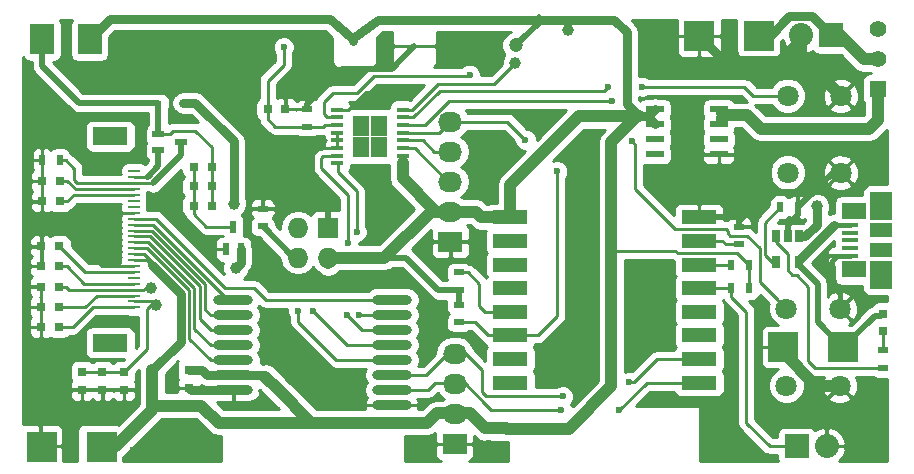
<source format=gbl>
G04 #@! TF.FileFunction,Copper,L2,Bot,Signal*
%FSLAX46Y46*%
G04 Gerber Fmt 4.6, Leading zero omitted, Abs format (unit mm)*
G04 Created by KiCad (PCBNEW (2015-04-29 BZR 5630)-product) date Mon 29 Jun 2015 10:52:54 BST*
%MOMM*%
G01*
G04 APERTURE LIST*
%ADD10C,0.150000*%
%ADD11C,0.600000*%
%ADD12R,1.897380X1.173480*%
%ADD13R,1.897380X2.374900*%
%ADD14R,2.100580X1.473200*%
%ADD15R,2.000000X0.449580*%
%ADD16R,1.379220X0.449580*%
%ADD17R,2.550160X2.499360*%
%ADD18R,0.750000X0.800000*%
%ADD19R,0.800000X0.750000*%
%ADD20R,0.797560X0.797560*%
%ADD21R,2.032000X1.727200*%
%ADD22O,2.032000X1.727200*%
%ADD23R,3.000000X1.200000*%
%ADD24R,0.900000X0.500000*%
%ADD25R,0.500000X0.900000*%
%ADD26R,0.650000X1.060000*%
%ADD27O,3.352800X0.812800*%
%ADD28R,1.550000X0.600000*%
%ADD29R,0.599440X1.000760*%
%ADD30R,0.590000X0.450000*%
%ADD31R,2.000000X2.500000*%
%ADD32R,1.000760X0.599440*%
%ADD33R,1.050000X0.450000*%
%ADD34R,1.470000X0.895000*%
%ADD35R,1.397000X1.397000*%
%ADD36C,1.397000*%
%ADD37C,1.800860*%
%ADD38R,2.032000X2.032000*%
%ADD39O,2.032000X2.032000*%
%ADD40R,1.727200X1.727200*%
%ADD41O,1.727200X1.727200*%
%ADD42R,1.000760X0.269240*%
%ADD43R,3.000000X1.500000*%
%ADD44C,1.000000*%
%ADD45C,1.200000*%
%ADD46C,1.000000*%
%ADD47C,0.750000*%
%ADD48C,0.250000*%
%ADD49C,0.500000*%
%ADD50C,0.400000*%
%ADD51C,0.254000*%
G04 APERTURE END LIST*
D10*
D11*
X90170000Y-45466000D03*
X76860400Y-75692000D03*
X78841600Y-75692000D03*
X80060800Y-75641200D03*
X71882000Y-73456800D03*
X61214000Y-50800000D03*
X71628000Y-58267600D03*
X75285600Y-62738000D03*
X68884800Y-79451200D03*
X69900800Y-47904400D03*
X75031600Y-79451200D03*
X61163200Y-75996800D03*
X61061600Y-71323200D03*
X64160400Y-62230000D03*
X67056000Y-62941200D03*
D12*
X132232400Y-60833000D03*
X132232400Y-62509400D03*
D13*
X132232400Y-64584580D03*
X132232400Y-58757820D03*
D14*
X129933700Y-64132460D03*
X129933700Y-59209940D03*
D15*
X129273020Y-60370720D03*
D16*
X129573020Y-61020960D03*
X129573020Y-61671200D03*
X129573020Y-62321440D03*
D15*
X129273020Y-62971680D03*
D11*
X122224800Y-47904400D03*
X64211200Y-59029600D03*
X106934000Y-70967600D03*
X99009200Y-78841600D03*
X89154000Y-61468000D03*
X91643200Y-59182000D03*
X106934000Y-61061600D03*
X106934000Y-65735200D03*
X111912400Y-65735200D03*
X111760000Y-70967600D03*
X106934000Y-55321200D03*
X99771200Y-54559200D03*
X83464400Y-74371200D03*
X83464400Y-71272400D03*
X89154000Y-56997600D03*
X120142000Y-58369200D03*
X121615200Y-54406800D03*
X121666000Y-79959200D03*
X131470400Y-55422800D03*
X103428800Y-51612800D03*
X80314800Y-71374000D03*
X80314800Y-68478400D03*
X130606800Y-79095600D03*
X131267200Y-75031600D03*
X119583200Y-78282800D03*
X117754400Y-75742800D03*
X93065600Y-78943200D03*
X79705200Y-52324000D03*
X82804000Y-57861200D03*
D17*
X123916440Y-70713600D03*
X128965960Y-70713600D03*
D18*
X73609200Y-74156000D03*
X73609200Y-72656000D03*
D17*
X116804440Y-44348400D03*
X121853960Y-44348400D03*
D19*
X80276000Y-50546000D03*
X81776000Y-50546000D03*
D17*
X61178440Y-79146400D03*
X66227960Y-79146400D03*
D19*
X62573600Y-68986400D03*
X61073600Y-68986400D03*
X62573600Y-67310000D03*
X61073600Y-67310000D03*
X62624400Y-63855600D03*
X61124400Y-63855600D03*
X62624400Y-62179200D03*
X61124400Y-62179200D03*
X62675200Y-58369200D03*
X61175200Y-58369200D03*
X62573600Y-65582800D03*
X61073600Y-65582800D03*
X62675200Y-56642000D03*
X61175200Y-56642000D03*
D20*
X132384800Y-67881500D03*
X132384800Y-69380100D03*
D21*
X96113600Y-78892400D03*
D22*
X96113600Y-76352400D03*
X96113600Y-73812400D03*
X96113600Y-71272400D03*
D23*
X100813600Y-73716400D03*
X100813600Y-71716400D03*
X100813600Y-69716400D03*
X100813600Y-67716400D03*
X100813600Y-65716400D03*
X100813600Y-63716400D03*
X100813600Y-61716400D03*
X100813600Y-59716400D03*
X116813600Y-59716400D03*
X116813600Y-61716400D03*
X116813600Y-65716400D03*
X116813600Y-67716400D03*
X116813600Y-69716400D03*
X116813600Y-71716400D03*
X116813600Y-73716400D03*
X116813600Y-63716400D03*
D24*
X96469200Y-65875600D03*
X96469200Y-64375600D03*
X96469200Y-67118800D03*
X96469200Y-68618800D03*
X132384800Y-70979600D03*
X132384800Y-72479600D03*
X79857600Y-60490800D03*
X79857600Y-58990800D03*
D25*
X123659200Y-58877200D03*
X125159200Y-58877200D03*
X119544400Y-63754000D03*
X121044400Y-63754000D03*
D24*
X120192800Y-60514800D03*
X120192800Y-62014800D03*
D25*
X119544400Y-65735200D03*
X121044400Y-65735200D03*
D24*
X83616800Y-52058000D03*
X83616800Y-50558000D03*
D25*
X62675200Y-54864000D03*
X61175200Y-54864000D03*
D26*
X123357600Y-61333200D03*
X124307600Y-61333200D03*
X125257600Y-61333200D03*
X125257600Y-63533200D03*
X123357600Y-63533200D03*
D27*
X90779600Y-66700400D03*
X90779600Y-67970400D03*
X90779600Y-69240400D03*
X90779600Y-70510400D03*
X90779600Y-71780400D03*
X90779600Y-73050400D03*
X90779600Y-74320400D03*
X90779600Y-75590400D03*
X77368400Y-74345800D03*
X77368400Y-73075800D03*
X77368400Y-71805800D03*
X77368400Y-70535800D03*
X77368400Y-69265800D03*
X77368400Y-67995800D03*
X77368400Y-66700400D03*
D28*
X118473200Y-50571400D03*
X118473200Y-51841400D03*
X118473200Y-53111400D03*
X118473200Y-54381400D03*
X113073200Y-54381400D03*
X113073200Y-53111400D03*
X113073200Y-51841400D03*
X113073200Y-50571400D03*
D19*
X74027600Y-55473600D03*
X75527600Y-55473600D03*
D18*
X68122800Y-72808400D03*
X68122800Y-74308400D03*
X64566800Y-72808400D03*
X64566800Y-74308400D03*
X66294000Y-72808400D03*
X66294000Y-74308400D03*
D29*
X76718160Y-62417960D03*
X78018640Y-62417960D03*
X77368400Y-60518040D03*
D30*
X71030200Y-50038000D03*
X73140200Y-50038000D03*
D31*
X65195200Y-44653200D03*
X61195200Y-44653200D03*
D21*
X95758000Y-61772800D03*
D22*
X95758000Y-59232800D03*
X95758000Y-56692800D03*
X95758000Y-54152800D03*
X95758000Y-51612800D03*
D32*
X71033640Y-52689760D03*
X71033640Y-53990240D03*
X72933560Y-53340000D03*
D33*
X86175800Y-55157800D03*
X86175800Y-54507800D03*
X86175800Y-53857800D03*
X86175800Y-53207800D03*
X86175800Y-52557800D03*
X86175800Y-51907800D03*
X86175800Y-51257800D03*
X86175800Y-50607800D03*
X91725800Y-50607800D03*
X91725800Y-51257800D03*
X91725800Y-51907800D03*
X91725800Y-52557800D03*
X91725800Y-53207800D03*
X91725800Y-53857800D03*
X91725800Y-54507800D03*
X91725800Y-55157800D03*
D34*
X89685800Y-51540300D03*
X89685800Y-52435300D03*
X89685800Y-53330300D03*
X89685800Y-54225300D03*
X88215800Y-51540300D03*
X88215800Y-52435300D03*
X88215800Y-53330300D03*
X88215800Y-54225300D03*
D19*
X74027600Y-57099200D03*
X75527600Y-57099200D03*
X74027600Y-58724800D03*
X75527600Y-58724800D03*
D35*
X131927600Y-48869600D03*
D36*
X131927600Y-46329600D03*
X131927600Y-43789600D03*
D37*
X124307600Y-55930800D03*
X124307600Y-49428400D03*
X128808480Y-55930800D03*
X128808480Y-49428400D03*
X124206000Y-73964800D03*
X124206000Y-67462400D03*
X128706880Y-73964800D03*
X128706880Y-67462400D03*
D38*
X128016000Y-44297600D03*
D39*
X125476000Y-44297600D03*
D40*
X85394800Y-60604400D03*
D41*
X82854800Y-60604400D03*
X85394800Y-63144400D03*
X82854800Y-63144400D03*
D38*
X125069600Y-79095600D03*
D39*
X127609600Y-79095600D03*
D42*
X68948800Y-55836800D03*
X68948800Y-56336800D03*
X68948800Y-56836800D03*
X68948800Y-57336800D03*
X68948800Y-57836800D03*
X68948800Y-58336800D03*
X68948800Y-58836800D03*
X68948800Y-59336800D03*
X68948800Y-59836800D03*
X68948800Y-60336800D03*
X68948800Y-60836800D03*
X68948800Y-61336800D03*
X68948800Y-61836800D03*
X68948800Y-62336800D03*
X68948800Y-62836800D03*
X68948800Y-63336800D03*
X68948800Y-63836800D03*
X68948800Y-64336800D03*
X68948800Y-64836800D03*
X68948800Y-65336800D03*
X68948800Y-65836800D03*
X68948800Y-66336800D03*
X68948800Y-66836800D03*
X68948800Y-67336800D03*
D43*
X66948800Y-70336800D03*
X66948800Y-52836800D03*
D44*
X126796800Y-58775600D03*
D11*
X65836800Y-59994800D03*
X65836800Y-63449200D03*
X114604800Y-43180000D03*
X87376000Y-75438000D03*
X90678000Y-49123600D03*
D44*
X105714800Y-43891200D03*
D45*
X101295200Y-45161200D03*
D11*
X87492840Y-44602400D03*
X81635600Y-45313600D03*
D44*
X70408800Y-65735200D03*
X77419200Y-58572400D03*
X70866000Y-67106800D03*
X77571600Y-64008000D03*
D11*
X105156000Y-75996800D03*
X110032800Y-76047600D03*
X105257600Y-74879200D03*
X110845600Y-73660000D03*
X82854800Y-67614800D03*
X97383600Y-47650400D03*
X84124802Y-67665600D03*
X111963200Y-48666400D03*
X109118400Y-48666400D03*
X109474000Y-49885600D03*
X111099600Y-53289200D03*
D44*
X101244400Y-46634400D03*
D11*
X87020400Y-68021200D03*
X87071200Y-61925200D03*
X87985600Y-67970400D03*
X87833200Y-60960000D03*
X102108000Y-53136800D03*
X104800400Y-55829200D03*
D46*
X130759200Y-46329600D02*
X131927600Y-46329600D01*
X128727200Y-44297600D02*
X130759200Y-46329600D01*
X128016000Y-44297600D02*
X128727200Y-44297600D01*
D47*
X125814000Y-61333200D02*
X126796800Y-60350400D01*
X126796800Y-60350400D02*
X126796800Y-58775600D01*
X125257600Y-61333200D02*
X125814000Y-61333200D01*
X121853960Y-44348400D02*
X121879360Y-44348400D01*
X124460000Y-42672000D02*
X126390400Y-42672000D01*
X126390400Y-42672000D02*
X128016000Y-44297600D01*
X122783600Y-44348400D02*
X124460000Y-42672000D01*
X121853960Y-44348400D02*
X122783600Y-44348400D01*
D48*
X68948800Y-59336800D02*
X66494800Y-59336800D01*
X66494800Y-59336800D02*
X65836800Y-59994800D01*
X68948800Y-63836800D02*
X66224400Y-63836800D01*
X66224400Y-63836800D02*
X65836800Y-63449200D01*
D47*
X77368400Y-74345800D02*
X73799000Y-74345800D01*
X73799000Y-74345800D02*
X73609200Y-74156000D01*
D48*
X66294000Y-74308400D02*
X68122800Y-74308400D01*
X64566800Y-74308400D02*
X66294000Y-74308400D01*
X87325200Y-75387200D02*
X87376000Y-75438000D01*
X90779600Y-75590400D02*
X87528400Y-75590400D01*
X87528400Y-75590400D02*
X87376000Y-75438000D01*
X86175800Y-50607800D02*
X87111000Y-50607800D01*
X88595200Y-49123600D02*
X90678000Y-49123600D01*
X87111000Y-50607800D02*
X88595200Y-49123600D01*
D49*
X84845800Y-53857800D02*
X84521400Y-53857800D01*
X85394800Y-57810400D02*
X85394800Y-60604400D01*
X84023200Y-56438800D02*
X85394800Y-57810400D01*
X84023200Y-54356000D02*
X84023200Y-56438800D01*
X84521400Y-53857800D02*
X84023200Y-54356000D01*
D48*
X86175800Y-53857800D02*
X84845800Y-53857800D01*
X84845800Y-53857800D02*
X84836000Y-53848000D01*
X86175800Y-53207800D02*
X86175800Y-52557800D01*
X86175800Y-53857800D02*
X86175800Y-53207800D01*
D49*
X83616800Y-50558000D02*
X83616800Y-50088800D01*
X90764360Y-47142400D02*
X92694760Y-45212000D01*
X83616800Y-50088800D02*
X86360000Y-47345600D01*
X86360000Y-47345600D02*
X86410800Y-47345600D01*
X86410800Y-47345600D02*
X86614000Y-47142400D01*
X86614000Y-47142400D02*
X90764360Y-47142400D01*
D48*
X95758000Y-78740000D02*
X95910400Y-78740000D01*
D47*
X118836440Y-46380400D02*
X116804440Y-44348400D01*
X123596400Y-46380400D02*
X118836440Y-46380400D01*
X125476000Y-44500800D02*
X123596400Y-46380400D01*
X125476000Y-44297600D02*
X125476000Y-44500800D01*
D49*
X128117600Y-55930800D02*
X128808480Y-55930800D01*
X126492000Y-57556400D02*
X128117600Y-55930800D01*
X125171200Y-58877200D02*
X126492000Y-57556400D01*
X125159200Y-58877200D02*
X125171200Y-58877200D01*
D46*
X125476000Y-46095920D02*
X128808480Y-49428400D01*
X125476000Y-44297600D02*
X125476000Y-46095920D01*
D49*
X124307600Y-60401200D02*
X125159200Y-59549600D01*
X125159200Y-59549600D02*
X125159200Y-58877200D01*
X124307600Y-61333200D02*
X124307600Y-60401200D01*
D50*
X128483410Y-62971680D02*
X128066800Y-63388290D01*
X129573020Y-62971680D02*
X128483410Y-62971680D01*
X128706880Y-66189000D02*
X128706880Y-67462400D01*
X128066800Y-65548920D02*
X128706880Y-66189000D01*
X128066800Y-63388290D02*
X128066800Y-65548920D01*
D46*
X123916440Y-71135240D02*
X123916440Y-70713600D01*
X126746000Y-73964800D02*
X123916440Y-71135240D01*
X128706880Y-73964800D02*
X126746000Y-73964800D01*
D49*
X120700800Y-59537600D02*
X122631200Y-57607200D01*
X120522000Y-59716400D02*
X120700800Y-59537600D01*
X122631200Y-57607200D02*
X126441200Y-57607200D01*
X126441200Y-57607200D02*
X126492000Y-57658000D01*
X126492000Y-57658000D02*
X126492000Y-57708800D01*
X126492000Y-57708800D02*
X126492000Y-57556400D01*
X116813600Y-59716400D02*
X120522000Y-59716400D01*
X120192800Y-60045600D02*
X120700800Y-59537600D01*
X120192800Y-60514800D02*
X120192800Y-60045600D01*
D48*
X125257600Y-63312000D02*
X125257600Y-63533200D01*
D47*
X128198880Y-60370720D02*
X125257600Y-63312000D01*
D50*
X129573020Y-60370720D02*
X128198880Y-60370720D01*
D49*
X128940560Y-70713600D02*
X128965960Y-70713600D01*
X126847600Y-68620640D02*
X128940560Y-70713600D01*
X126847600Y-65328200D02*
X126847600Y-68620640D01*
X125257600Y-63738200D02*
X126847600Y-65328200D01*
X125257600Y-63533200D02*
X125257600Y-63738200D01*
X128991360Y-70713600D02*
X131673600Y-68031360D01*
X128965960Y-70713600D02*
X128991360Y-70713600D01*
X132234940Y-68031360D02*
X132384800Y-67881500D01*
X131673600Y-68031360D02*
X132234940Y-68031360D01*
D47*
X87492840Y-44805600D02*
X87492840Y-44617640D01*
X87492840Y-44617640D02*
X85547200Y-42926000D01*
X66922400Y-42926000D02*
X65195200Y-44653200D01*
X85547200Y-42926000D02*
X66922400Y-42926000D01*
X66075560Y-79095600D02*
X67411600Y-79095600D01*
D46*
X67411600Y-79095600D02*
X70510400Y-75996800D01*
D47*
X77368400Y-73075800D02*
X75107800Y-73075800D01*
X74688000Y-72656000D02*
X73609200Y-72656000D01*
X75107800Y-73075800D02*
X74688000Y-72656000D01*
D46*
X76117200Y-77114400D02*
X74676000Y-75673200D01*
X74676000Y-75673200D02*
X70834000Y-75673200D01*
X70510400Y-75996800D02*
X70510400Y-72676123D01*
D47*
X70834000Y-75673200D02*
X70510400Y-75996800D01*
X70510400Y-72676123D02*
X72916380Y-70270143D01*
X72916380Y-70270143D02*
X72916380Y-66190382D01*
X72916380Y-66190382D02*
X70495199Y-63769201D01*
D48*
X70495199Y-63769201D02*
X70062798Y-63336800D01*
X70062798Y-63336800D02*
X68948800Y-63336800D01*
X70495199Y-63769201D02*
X70495199Y-63484799D01*
X70495199Y-63484799D02*
X69847200Y-62836800D01*
X69847200Y-62836800D02*
X69699180Y-62836800D01*
X69699180Y-62836800D02*
X68948800Y-62836800D01*
D49*
X105714800Y-43184094D02*
X105714800Y-43891200D01*
X105922094Y-42976800D02*
X105714800Y-43184094D01*
X106019600Y-42976800D02*
X105922094Y-42976800D01*
X103225600Y-42976800D02*
X103225600Y-43230800D01*
X101795199Y-44661201D02*
X101295200Y-45161200D01*
X103225600Y-43230800D02*
X101795199Y-44661201D01*
D47*
X87492840Y-44536360D02*
X87492840Y-44805600D01*
D49*
X103225600Y-42976800D02*
X103225600Y-42773600D01*
X103225600Y-42773600D02*
X103225600Y-42976800D01*
X106019600Y-42976800D02*
X106019600Y-43078400D01*
X106019600Y-43078400D02*
X106019600Y-42976800D01*
D46*
X84124800Y-77114400D02*
X76117200Y-77114400D01*
X85394800Y-63144400D02*
X85394800Y-63601600D01*
X106629200Y-51155600D02*
X111556800Y-51155600D01*
X100813600Y-56971200D02*
X106629200Y-51155600D01*
X94538800Y-59232800D02*
X95758000Y-59232800D01*
D47*
X111709200Y-51155600D02*
X112387400Y-51155600D01*
X112387400Y-51155600D02*
X113073200Y-51841400D01*
D46*
X98375200Y-59716400D02*
X97891600Y-59232800D01*
X91725800Y-56419800D02*
X94538800Y-59232800D01*
X91725800Y-55157800D02*
X91725800Y-56419800D01*
X100813600Y-59716400D02*
X98375200Y-59716400D01*
D48*
X91725800Y-54507800D02*
X91725800Y-55157800D01*
D46*
X95758000Y-59232800D02*
X95046800Y-59232800D01*
X97891600Y-59232800D02*
X95758000Y-59232800D01*
X100813600Y-59716400D02*
X100813600Y-56971200D01*
X111556800Y-51155600D02*
X111709200Y-51155600D01*
D47*
X112489000Y-51155600D02*
X113073200Y-50571400D01*
X111709200Y-51155600D02*
X112489000Y-51155600D01*
D46*
X109372400Y-53340000D02*
X111556800Y-51155600D01*
X109372400Y-62534800D02*
X109372400Y-53340000D01*
X94081600Y-59232800D02*
X90170000Y-63144400D01*
X90170000Y-63144400D02*
X85394800Y-63144400D01*
X95758000Y-59232800D02*
X94081600Y-59232800D01*
D48*
X121044400Y-63754000D02*
X121044400Y-65735200D01*
X120028400Y-62738000D02*
X121044400Y-63754000D01*
X115011200Y-62738000D02*
X120028400Y-62738000D01*
X114808000Y-62534800D02*
X115011200Y-62738000D01*
X109372400Y-62534800D02*
X114808000Y-62534800D01*
D46*
X93776800Y-77114400D02*
X94589600Y-76301600D01*
X94589600Y-76301600D02*
X95707200Y-76301600D01*
X81127600Y-74269600D02*
X80060800Y-73202800D01*
D47*
X79857600Y-73202800D02*
X79730600Y-73075800D01*
X77368400Y-73075800D02*
X79730600Y-73075800D01*
X80060800Y-73202800D02*
X79857600Y-73202800D01*
D46*
X92913200Y-77114400D02*
X84124800Y-77114400D01*
X84124800Y-77114400D02*
X83972400Y-77114400D01*
X83972400Y-77114400D02*
X81127600Y-74269600D01*
X92913200Y-77114400D02*
X93776800Y-77114400D01*
X100533200Y-77622400D02*
X105765600Y-77622400D01*
X100482400Y-77571600D02*
X100533200Y-77622400D01*
X109372400Y-74015600D02*
X109372400Y-62534800D01*
X98704400Y-77571600D02*
X100482400Y-77571600D01*
X97434400Y-76301600D02*
X98704400Y-77571600D01*
X105765600Y-77622400D02*
X109372400Y-74015600D01*
X95707200Y-76301600D02*
X97434400Y-76301600D01*
D49*
X91998800Y-63144400D02*
X94730000Y-65875600D01*
X94730000Y-65875600D02*
X96469200Y-65875600D01*
X90170000Y-63144400D02*
X91998800Y-63144400D01*
X96469200Y-65875600D02*
X96469200Y-67118800D01*
D47*
X110693200Y-47650400D02*
X110693200Y-47752000D01*
X110693200Y-44043600D02*
X110693200Y-47650400D01*
X109626400Y-42976800D02*
X110693200Y-44043600D01*
X89611200Y-42976800D02*
X103225600Y-42976800D01*
X103225600Y-42976800D02*
X106019600Y-42976800D01*
X106019600Y-42976800D02*
X109626400Y-42976800D01*
X87492840Y-44536360D02*
X89611200Y-42976800D01*
X110693200Y-50139600D02*
X111709200Y-51155600D01*
X110693200Y-47650400D02*
X110693200Y-50139600D01*
D48*
X80276000Y-50546000D02*
X80276000Y-48146400D01*
X81635600Y-46786800D02*
X81635600Y-45313600D01*
X80276000Y-48146400D02*
X81635600Y-46786800D01*
X83616800Y-52058000D02*
X85000400Y-52058000D01*
X85150600Y-51907800D02*
X86175800Y-51907800D01*
X85000400Y-52058000D02*
X85150600Y-51907800D01*
X80276000Y-50546000D02*
X80276000Y-51421600D01*
X80912400Y-52058000D02*
X83616800Y-52058000D01*
X80276000Y-51421600D02*
X80912400Y-52058000D01*
X62573600Y-68986400D02*
X63804800Y-68986400D01*
X65454400Y-67336800D02*
X68948800Y-67336800D01*
X63804800Y-68986400D02*
X65454400Y-67336800D01*
X62573600Y-67310000D02*
X64844790Y-67310000D01*
X64844790Y-67310000D02*
X65817990Y-66336800D01*
X65817990Y-66336800D02*
X68198420Y-66336800D01*
X68198420Y-66336800D02*
X68948800Y-66336800D01*
X62624400Y-63855600D02*
X63274400Y-63855600D01*
X63274400Y-63855600D02*
X64755600Y-65336800D01*
X64755600Y-65336800D02*
X68198420Y-65336800D01*
X68198420Y-65336800D02*
X68948800Y-65336800D01*
X62624400Y-62179200D02*
X62649400Y-62179200D01*
X62649400Y-62179200D02*
X64807000Y-64336800D01*
X64807000Y-64336800D02*
X68198420Y-64336800D01*
X68198420Y-64336800D02*
X68948800Y-64336800D01*
D49*
X71030200Y-50038000D02*
X64312800Y-50038000D01*
X61195200Y-46920400D02*
X61195200Y-44653200D01*
X64312800Y-50038000D02*
X61195200Y-46920400D01*
X71033640Y-52689760D02*
X71033640Y-50041440D01*
X71033640Y-50041440D02*
X71030200Y-50038000D01*
D48*
X75527600Y-57099200D02*
X75527600Y-58724800D01*
X71033640Y-52689760D02*
X71973440Y-52689760D01*
X75527600Y-53734400D02*
X75527600Y-55473600D01*
X74168000Y-52374800D02*
X75527600Y-53734400D01*
X72288400Y-52374800D02*
X74168000Y-52374800D01*
X71973440Y-52689760D02*
X72288400Y-52374800D01*
X75527600Y-55473600D02*
X75527600Y-57099200D01*
X74027600Y-58724800D02*
X74027600Y-59448000D01*
X75097640Y-60518040D02*
X77368400Y-60518040D01*
X74027600Y-59448000D02*
X75097640Y-60518040D01*
X74027600Y-57099200D02*
X74027600Y-58724800D01*
X74027600Y-55473600D02*
X74027600Y-57099200D01*
X62675200Y-58369200D02*
X63325200Y-58369200D01*
X63857600Y-57836800D02*
X68198420Y-57836800D01*
X63325200Y-58369200D02*
X63857600Y-57836800D01*
X68198420Y-57836800D02*
X68948800Y-57836800D01*
X70408800Y-65735200D02*
X69900800Y-65735200D01*
D47*
X73140200Y-50038000D02*
X74168000Y-50038000D01*
X77419200Y-53289200D02*
X77419200Y-58572400D01*
X74168000Y-50038000D02*
X77419200Y-53289200D01*
D48*
X69799200Y-65836800D02*
X68948800Y-65836800D01*
X69900800Y-65735200D02*
X69799200Y-65836800D01*
X62573600Y-65582800D02*
X63223600Y-65582800D01*
X63223600Y-65582800D02*
X63477600Y-65836800D01*
X63477600Y-65836800D02*
X68198420Y-65836800D01*
X68198420Y-65836800D02*
X68948800Y-65836800D01*
X64566800Y-72808400D02*
X66294000Y-72808400D01*
X70866000Y-67106800D02*
X70408800Y-67106800D01*
X70053200Y-70878000D02*
X68122800Y-72808400D01*
X70053200Y-67462400D02*
X70053200Y-70878000D01*
X70408800Y-67106800D02*
X70053200Y-67462400D01*
X68122800Y-72808400D02*
X64566800Y-72808400D01*
X70596000Y-66836800D02*
X70866000Y-67106800D01*
X68948800Y-66836800D02*
X70596000Y-66836800D01*
D47*
X78018640Y-63560960D02*
X78018640Y-62417960D01*
X77571600Y-64008000D02*
X78018640Y-63560960D01*
D48*
X62675200Y-56642000D02*
X63325200Y-56642000D01*
X63325200Y-56642000D02*
X64020000Y-57336800D01*
X64020000Y-57336800D02*
X68198420Y-57336800D01*
X68198420Y-57336800D02*
X68948800Y-57336800D01*
X132384800Y-69380100D02*
X132384800Y-70979600D01*
X96973200Y-73761600D02*
X98704400Y-75492800D01*
X95707200Y-73761600D02*
X96973200Y-73761600D01*
X98704400Y-75492800D02*
X98708400Y-75492800D01*
X99212400Y-75996800D02*
X105156000Y-75996800D01*
X98708400Y-75492800D02*
X99212400Y-75996800D01*
X112364000Y-73716400D02*
X116813600Y-73716400D01*
X110032800Y-76047600D02*
X112364000Y-73716400D01*
X92706000Y-74320400D02*
X90779600Y-74320400D01*
X93882400Y-74320400D02*
X92706000Y-74320400D01*
X94441200Y-73761600D02*
X93882400Y-74320400D01*
X95707200Y-73761600D02*
X94441200Y-73761600D01*
X96973200Y-71221600D02*
X98399600Y-72648000D01*
X95707200Y-71221600D02*
X96973200Y-71221600D01*
X98399600Y-72648000D02*
X98399600Y-74523600D01*
X98755200Y-74879200D02*
X105257600Y-74879200D01*
X98399600Y-74523600D02*
X98755200Y-74879200D01*
X115063600Y-71716400D02*
X116813600Y-71716400D01*
X113213464Y-71716400D02*
X115063600Y-71716400D01*
X111269864Y-73660000D02*
X113213464Y-71716400D01*
X110845600Y-73660000D02*
X111269864Y-73660000D01*
X93726000Y-73050400D02*
X90779600Y-73050400D01*
X95554800Y-71221600D02*
X93726000Y-73050400D01*
X95707200Y-71221600D02*
X95554800Y-71221600D01*
X118764800Y-61716400D02*
X119063200Y-62014800D01*
X119063200Y-62014800D02*
X120192800Y-62014800D01*
X116813600Y-61716400D02*
X118764800Y-61716400D01*
X119506800Y-63716400D02*
X119544400Y-63754000D01*
X116813600Y-63716400D02*
X119506800Y-63716400D01*
X126632400Y-72479600D02*
X132384800Y-72479600D01*
X126034800Y-71882000D02*
X126632400Y-72479600D01*
X126034800Y-65582800D02*
X126034800Y-71882000D01*
X125069488Y-64617488D02*
X126034800Y-65582800D01*
X124713888Y-64617488D02*
X125069488Y-64617488D01*
X124307600Y-64211200D02*
X124713888Y-64617488D01*
X124307600Y-62788800D02*
X124307600Y-64211200D01*
X123357600Y-61838800D02*
X124307600Y-62788800D01*
X123357600Y-61333200D02*
X123357600Y-61838800D01*
D49*
X82854800Y-63144400D02*
X82511200Y-63144400D01*
X82511200Y-63144400D02*
X79857600Y-60490800D01*
X82487200Y-62776800D02*
X82854800Y-63144400D01*
D48*
X86095398Y-71780400D02*
X82854800Y-68539802D01*
X82854800Y-68539802D02*
X82854800Y-68039064D01*
X82854800Y-68039064D02*
X82854800Y-67614800D01*
X90779600Y-71780400D02*
X86095398Y-71780400D01*
X123020000Y-63533200D02*
X122377200Y-62890400D01*
X122377200Y-62890400D02*
X122377200Y-60159200D01*
X122377200Y-60159200D02*
X123659200Y-58877200D01*
X123357600Y-63533200D02*
X123020000Y-63533200D01*
X85344600Y-51257800D02*
X86175800Y-51257800D01*
X85039200Y-50952400D02*
X85344600Y-51257800D01*
X85039200Y-49936400D02*
X85039200Y-50952400D01*
X85801200Y-49174400D02*
X85039200Y-49936400D01*
X87833200Y-49174400D02*
X85801200Y-49174400D01*
X89255600Y-47752000D02*
X87833200Y-49174400D01*
X97282000Y-47752000D02*
X89255600Y-47752000D01*
X97383600Y-47650400D02*
X97282000Y-47752000D01*
X68948800Y-56836800D02*
X70569600Y-56836800D01*
D49*
X70569600Y-56836800D02*
X72933560Y-54472840D01*
X72933560Y-54472840D02*
X72933560Y-53964840D01*
X72933560Y-53964840D02*
X72933560Y-53340000D01*
D48*
X63906400Y-56586790D02*
X64156410Y-56836800D01*
X64156410Y-56836800D02*
X68948800Y-56836800D01*
X63906400Y-55595200D02*
X63906400Y-56586790D01*
X62675200Y-54864000D02*
X63175200Y-54864000D01*
X63175200Y-54864000D02*
X63906400Y-55595200D01*
X73616390Y-65900430D02*
X70052760Y-62336800D01*
X70052760Y-62336800D02*
X68948800Y-62336800D01*
X77368400Y-71805800D02*
X75442000Y-71805800D01*
X75442000Y-71805800D02*
X73616390Y-69980190D01*
X73616390Y-69980190D02*
X73616390Y-65900430D01*
X74066400Y-65714030D02*
X70189170Y-61836800D01*
X70189170Y-61836800D02*
X68948800Y-61836800D01*
X74066400Y-69160200D02*
X74066400Y-65714030D01*
X77368400Y-70535800D02*
X75442000Y-70535800D01*
X75442000Y-70535800D02*
X74066400Y-69160200D01*
X74523600Y-65534820D02*
X70325580Y-61336800D01*
X70325580Y-61336800D02*
X68948800Y-61336800D01*
X77368400Y-69265800D02*
X75442000Y-69265800D01*
X75442000Y-69265800D02*
X74523600Y-68347400D01*
X74523600Y-68347400D02*
X74523600Y-65534820D01*
X77368400Y-69265800D02*
X76098400Y-69265800D01*
X90779600Y-70510400D02*
X86969602Y-70510400D01*
X86969602Y-70510400D02*
X84424801Y-67965599D01*
X84424801Y-67965599D02*
X84124802Y-67665600D01*
X74980800Y-65355610D02*
X70461990Y-60836800D01*
X70461990Y-60836800D02*
X68948800Y-60836800D01*
X77368400Y-67995800D02*
X75442000Y-67995800D01*
X75442000Y-67995800D02*
X74980800Y-67534600D01*
X74980800Y-67534600D02*
X74980800Y-65355610D01*
X77368400Y-67995800D02*
X76098400Y-67995800D01*
X77368400Y-66700400D02*
X76962000Y-66700400D01*
X76962000Y-66700400D02*
X70598400Y-60336800D01*
X70598400Y-60336800D02*
X68948800Y-60336800D01*
X79095600Y-65684400D02*
X76657200Y-65684400D01*
X80111600Y-66700400D02*
X79095600Y-65684400D01*
X90779600Y-66700400D02*
X80111600Y-66700400D01*
X70809600Y-59836800D02*
X68948800Y-59836800D01*
X76657200Y-65684400D02*
X70809600Y-59836800D01*
X119525600Y-65716400D02*
X119544400Y-65735200D01*
X116813600Y-65716400D02*
X119525600Y-65716400D01*
X119544400Y-66435200D02*
X120802400Y-67693200D01*
X119544400Y-65735200D02*
X119544400Y-66435200D01*
X120802400Y-67693200D02*
X120802400Y-77114400D01*
X122783600Y-79095600D02*
X125069600Y-79095600D01*
X120802400Y-77114400D02*
X122783600Y-79095600D01*
X70128602Y-56261798D02*
X69874602Y-56261798D01*
X69799600Y-56336800D02*
X68948800Y-56336800D01*
X69874602Y-56261798D02*
X69799600Y-56336800D01*
D49*
X71033640Y-53990240D02*
X71033640Y-55356760D01*
X70128602Y-56261798D02*
X70053200Y-56261798D01*
X71033640Y-55356760D02*
X70128602Y-56261798D01*
D48*
X95554800Y-56692800D02*
X95758000Y-56692800D01*
X92719800Y-53857800D02*
X95554800Y-56692800D01*
X91725800Y-53857800D02*
X92719800Y-53857800D01*
X93441400Y-53207800D02*
X94386400Y-54152800D01*
X94386400Y-54152800D02*
X95758000Y-54152800D01*
X91725800Y-53207800D02*
X93441400Y-53207800D01*
D46*
X131927600Y-48869600D02*
X131927600Y-51511200D01*
X120853200Y-51054000D02*
X118955800Y-51054000D01*
X122021600Y-52222400D02*
X120853200Y-51054000D01*
X131216400Y-52222400D02*
X122021600Y-52222400D01*
X131927600Y-51511200D02*
X131216400Y-52222400D01*
D49*
X118955800Y-51054000D02*
X118872000Y-51054000D01*
X118567200Y-51054000D02*
X118473200Y-50960000D01*
X118473200Y-50960000D02*
X118473200Y-50571400D01*
X118872000Y-51054000D02*
X118567200Y-51054000D01*
X118872000Y-51054000D02*
X118872000Y-51155600D01*
X118618000Y-51155600D02*
X118473200Y-51300400D01*
X118473200Y-51300400D02*
X118473200Y-51841400D01*
X118872000Y-51155600D02*
X118618000Y-51155600D01*
D48*
X121412000Y-49428400D02*
X120650000Y-48666400D01*
X120650000Y-48666400D02*
X111963200Y-48666400D01*
X109118400Y-48666400D02*
X108762800Y-49022000D01*
X108762800Y-49022000D02*
X94843600Y-49022000D01*
X94843600Y-49022000D02*
X92607800Y-51257800D01*
X92607800Y-51257800D02*
X91725800Y-51257800D01*
X124307600Y-49428400D02*
X121412000Y-49428400D01*
X95651852Y-49885600D02*
X109474000Y-49885600D01*
X93629652Y-51907800D02*
X95651852Y-49885600D01*
X91725800Y-51907800D02*
X93629652Y-51907800D01*
X119430800Y-61264800D02*
X120853200Y-61264800D01*
X123305571Y-66561971D02*
X124206000Y-67462400D01*
X121927190Y-65183590D02*
X123305571Y-66561971D01*
X119227600Y-61061600D02*
X119430800Y-61264800D01*
X119098998Y-60706000D02*
X119227600Y-60834602D01*
X120853200Y-61264800D02*
X121927190Y-62338790D01*
X114808000Y-60706000D02*
X119098998Y-60706000D01*
X111399599Y-57297599D02*
X114808000Y-60706000D01*
X119227600Y-60834602D02*
X119227600Y-61061600D01*
X111399599Y-53589199D02*
X111399599Y-57297599D01*
X121927190Y-62338790D02*
X121927190Y-65183590D01*
X111099600Y-53289200D02*
X111399599Y-53589199D01*
X100944401Y-46934399D02*
X101244400Y-46634400D01*
X94696200Y-48412400D02*
X99466400Y-48412400D01*
X92500800Y-50607800D02*
X94696200Y-48412400D01*
X99466400Y-48412400D02*
X100944401Y-46934399D01*
X91725800Y-50607800D02*
X92500800Y-50607800D01*
X88239600Y-69240400D02*
X87020400Y-68021200D01*
X87071200Y-61925200D02*
X87071200Y-57810400D01*
X87071200Y-57810400D02*
X84785200Y-55524400D01*
X84785200Y-55524400D02*
X84785200Y-54711600D01*
X84785200Y-54711600D02*
X84989000Y-54507800D01*
X84989000Y-54507800D02*
X86175800Y-54507800D01*
X90779600Y-69240400D02*
X88239600Y-69240400D01*
X86207600Y-55189600D02*
X86175800Y-55157800D01*
X87833200Y-60960000D02*
X87833200Y-57505600D01*
X87833200Y-57505600D02*
X86207600Y-55880000D01*
X86207600Y-55880000D02*
X86207600Y-55189600D01*
X90779600Y-67970400D02*
X87985600Y-67970400D01*
X97243200Y-64375600D02*
X98196400Y-65328800D01*
X98196400Y-65328800D02*
X98196400Y-67208400D01*
X98196400Y-67208400D02*
X98704400Y-67716400D01*
X98704400Y-67716400D02*
X100813600Y-67716400D01*
X96469200Y-64375600D02*
X97243200Y-64375600D01*
X100813600Y-69716400D02*
X103156000Y-69716400D01*
X100584000Y-51612800D02*
X95758000Y-51612800D01*
X102108000Y-53136800D02*
X100584000Y-51612800D01*
X104800400Y-68072000D02*
X104800400Y-55829200D01*
X103156000Y-69716400D02*
X104800400Y-68072000D01*
X94813000Y-52557800D02*
X95758000Y-51612800D01*
X91725800Y-52557800D02*
X94813000Y-52557800D01*
X98926400Y-69716400D02*
X97828800Y-68618800D01*
X97828800Y-68618800D02*
X96469200Y-68618800D01*
X100813600Y-69716400D02*
X98926400Y-69716400D01*
D51*
G36*
X70148640Y-54990180D02*
X69898936Y-55239884D01*
X69698820Y-55104803D01*
X69449180Y-55054740D01*
X69096240Y-55054740D01*
X69096240Y-53586800D01*
X69096240Y-52086800D01*
X69049263Y-51844677D01*
X68909473Y-51631873D01*
X68698440Y-51489423D01*
X68448800Y-51439360D01*
X65448800Y-51439360D01*
X65206677Y-51486337D01*
X64993873Y-51626127D01*
X64851423Y-51837160D01*
X64801360Y-52086800D01*
X64801360Y-53586800D01*
X64848337Y-53828923D01*
X64988127Y-54041727D01*
X65199160Y-54184177D01*
X65448800Y-54234240D01*
X68448800Y-54234240D01*
X68690923Y-54187263D01*
X68903727Y-54047473D01*
X69046177Y-53836440D01*
X69096240Y-53586800D01*
X69096240Y-55054740D01*
X68448420Y-55054740D01*
X68206297Y-55101717D01*
X67993493Y-55241507D01*
X67851043Y-55452540D01*
X67800980Y-55702180D01*
X67800980Y-55971420D01*
X67821425Y-56076800D01*
X64666400Y-56076800D01*
X64666400Y-55595200D01*
X64608548Y-55304361D01*
X64443801Y-55057799D01*
X63712601Y-54326599D01*
X63532309Y-54206132D01*
X63525663Y-54171877D01*
X63385873Y-53959073D01*
X63174840Y-53816623D01*
X62925200Y-53766560D01*
X62425200Y-53766560D01*
X62183077Y-53813537D01*
X61970273Y-53953327D01*
X61926862Y-54017637D01*
X61784898Y-53875673D01*
X61551509Y-53779000D01*
X61356950Y-53779000D01*
X61198200Y-53937750D01*
X61198200Y-54841000D01*
X61218200Y-54841000D01*
X61218200Y-54887000D01*
X61198200Y-54887000D01*
X61198200Y-55790250D01*
X61198450Y-55790500D01*
X61198200Y-55790750D01*
X61198200Y-56619000D01*
X61218200Y-56619000D01*
X61218200Y-56665000D01*
X61198200Y-56665000D01*
X61198200Y-57493250D01*
X61210550Y-57505600D01*
X61198200Y-57517950D01*
X61198200Y-58346200D01*
X61218200Y-58346200D01*
X61218200Y-58392200D01*
X61198200Y-58392200D01*
X61198200Y-59220450D01*
X61356950Y-59379200D01*
X61701509Y-59379200D01*
X61934898Y-59282527D01*
X61936180Y-59281244D01*
X62025560Y-59341577D01*
X62275200Y-59391640D01*
X63075200Y-59391640D01*
X63317323Y-59344663D01*
X63530127Y-59204873D01*
X63623724Y-59066212D01*
X63862601Y-58906601D01*
X64172402Y-58596800D01*
X67822112Y-58596800D01*
X67800980Y-58702180D01*
X67800980Y-58971420D01*
X67818749Y-59063004D01*
X67813420Y-59075871D01*
X67813420Y-59155050D01*
X67842190Y-59183820D01*
X67847957Y-59213543D01*
X67929044Y-59336983D01*
X67851043Y-59452540D01*
X67843922Y-59488047D01*
X67813420Y-59518550D01*
X67813420Y-59597729D01*
X67819151Y-59611566D01*
X67800980Y-59702180D01*
X67800980Y-59971420D01*
X67823736Y-60088706D01*
X67800980Y-60202180D01*
X67800980Y-60471420D01*
X67823736Y-60588706D01*
X67800980Y-60702180D01*
X67800980Y-60971420D01*
X67823736Y-61088706D01*
X67800980Y-61202180D01*
X67800980Y-61471420D01*
X67823736Y-61588706D01*
X67800980Y-61702180D01*
X67800980Y-61971420D01*
X67823736Y-62088706D01*
X67800980Y-62202180D01*
X67800980Y-62471420D01*
X67823736Y-62588706D01*
X67800980Y-62702180D01*
X67800980Y-62971420D01*
X67823736Y-63088706D01*
X67800980Y-63202180D01*
X67800980Y-63471420D01*
X67818749Y-63563004D01*
X67813420Y-63575871D01*
X67813420Y-63576800D01*
X65121802Y-63576800D01*
X63671840Y-62126838D01*
X63671840Y-61804200D01*
X63624863Y-61562077D01*
X63485073Y-61349273D01*
X63274040Y-61206823D01*
X63024400Y-61156760D01*
X62224400Y-61156760D01*
X61982277Y-61203737D01*
X61885520Y-61267295D01*
X61884098Y-61265873D01*
X61650709Y-61169200D01*
X61306150Y-61169200D01*
X61152200Y-61323150D01*
X61152200Y-59220450D01*
X61152200Y-58392200D01*
X61152200Y-58346200D01*
X61152200Y-57517950D01*
X61139850Y-57505600D01*
X61152200Y-57493250D01*
X61152200Y-56665000D01*
X61152200Y-56619000D01*
X61152200Y-55790750D01*
X61151950Y-55790500D01*
X61152200Y-55790250D01*
X61152200Y-54887000D01*
X61152200Y-54841000D01*
X61152200Y-53937750D01*
X60993450Y-53779000D01*
X60798891Y-53779000D01*
X60565502Y-53875673D01*
X60386873Y-54054301D01*
X60290200Y-54287690D01*
X60290200Y-54540309D01*
X60290200Y-54682250D01*
X60448950Y-54841000D01*
X61152200Y-54841000D01*
X61152200Y-54887000D01*
X60448950Y-54887000D01*
X60290200Y-55045750D01*
X60290200Y-55187691D01*
X60290200Y-55440310D01*
X60386873Y-55673699D01*
X60434130Y-55720956D01*
X60415502Y-55728673D01*
X60236873Y-55907301D01*
X60140200Y-56140690D01*
X60140200Y-56393309D01*
X60140200Y-56460250D01*
X60298950Y-56619000D01*
X61152200Y-56619000D01*
X61152200Y-56665000D01*
X60298950Y-56665000D01*
X60140200Y-56823750D01*
X60140200Y-56890691D01*
X60140200Y-57143310D01*
X60236873Y-57376699D01*
X60365774Y-57505600D01*
X60236873Y-57634501D01*
X60140200Y-57867890D01*
X60140200Y-58120509D01*
X60140200Y-58187450D01*
X60298950Y-58346200D01*
X61152200Y-58346200D01*
X61152200Y-58392200D01*
X60298950Y-58392200D01*
X60140200Y-58550950D01*
X60140200Y-58617891D01*
X60140200Y-58870510D01*
X60236873Y-59103899D01*
X60415502Y-59282527D01*
X60648891Y-59379200D01*
X60993450Y-59379200D01*
X61152200Y-59220450D01*
X61152200Y-61323150D01*
X61147400Y-61327950D01*
X61147400Y-62156200D01*
X61167400Y-62156200D01*
X61167400Y-62202200D01*
X61147400Y-62202200D01*
X61147400Y-63004350D01*
X61147400Y-63030450D01*
X61147400Y-63832600D01*
X61167400Y-63832600D01*
X61167400Y-63878600D01*
X61147400Y-63878600D01*
X61147400Y-63898600D01*
X61101400Y-63898600D01*
X61101400Y-63878600D01*
X61101400Y-63832600D01*
X61101400Y-63030450D01*
X61101400Y-63004350D01*
X61101400Y-62202200D01*
X61101400Y-62156200D01*
X61101400Y-61327950D01*
X60942650Y-61169200D01*
X60598091Y-61169200D01*
X60364702Y-61265873D01*
X60186073Y-61444501D01*
X60089400Y-61677890D01*
X60089400Y-61930509D01*
X60089400Y-61997450D01*
X60248150Y-62156200D01*
X61101400Y-62156200D01*
X61101400Y-62202200D01*
X60248150Y-62202200D01*
X60089400Y-62360950D01*
X60089400Y-62427891D01*
X60089400Y-62680510D01*
X60186073Y-62913899D01*
X60289574Y-63017400D01*
X60186073Y-63120901D01*
X60089400Y-63354290D01*
X60089400Y-63606909D01*
X60089400Y-63673850D01*
X60248150Y-63832600D01*
X61101400Y-63832600D01*
X61101400Y-63878600D01*
X60248150Y-63878600D01*
X60089400Y-64037350D01*
X60089400Y-64104291D01*
X60089400Y-64356910D01*
X60186073Y-64590299D01*
X60289574Y-64693800D01*
X60135273Y-64848101D01*
X60038600Y-65081490D01*
X60038600Y-65334109D01*
X60038600Y-65401050D01*
X60197350Y-65559800D01*
X61050600Y-65559800D01*
X61050600Y-65539800D01*
X61096600Y-65539800D01*
X61096600Y-65559800D01*
X61116600Y-65559800D01*
X61116600Y-65605800D01*
X61096600Y-65605800D01*
X61096600Y-66434050D01*
X61108950Y-66446400D01*
X61096600Y-66458750D01*
X61096600Y-67287000D01*
X61116600Y-67287000D01*
X61116600Y-67333000D01*
X61096600Y-67333000D01*
X61096600Y-68135150D01*
X61096600Y-68161250D01*
X61096600Y-68963400D01*
X61116600Y-68963400D01*
X61116600Y-69009400D01*
X61096600Y-69009400D01*
X61096600Y-69837650D01*
X61255350Y-69996400D01*
X61599909Y-69996400D01*
X61833298Y-69899727D01*
X61834580Y-69898444D01*
X61923960Y-69958777D01*
X62173600Y-70008840D01*
X62973600Y-70008840D01*
X63215723Y-69961863D01*
X63428527Y-69822073D01*
X63479607Y-69746400D01*
X63804800Y-69746400D01*
X64095639Y-69688548D01*
X64342201Y-69523801D01*
X65769202Y-68096800D01*
X68338417Y-68096800D01*
X68448420Y-68118860D01*
X69293200Y-68118860D01*
X69293200Y-70563198D01*
X69096240Y-70760158D01*
X69096240Y-69586800D01*
X69049263Y-69344677D01*
X68909473Y-69131873D01*
X68698440Y-68989423D01*
X68448800Y-68939360D01*
X65448800Y-68939360D01*
X65206677Y-68986337D01*
X64993873Y-69126127D01*
X64851423Y-69337160D01*
X64801360Y-69586800D01*
X64801360Y-71086800D01*
X64848337Y-71328923D01*
X64988127Y-71541727D01*
X65199160Y-71684177D01*
X65448800Y-71734240D01*
X68122158Y-71734240D01*
X68095438Y-71760960D01*
X67747800Y-71760960D01*
X67505677Y-71807937D01*
X67292873Y-71947727D01*
X67224917Y-72048400D01*
X67192030Y-72048400D01*
X67129673Y-71953473D01*
X66918640Y-71811023D01*
X66669000Y-71760960D01*
X65919000Y-71760960D01*
X65676877Y-71807937D01*
X65464073Y-71947727D01*
X65430941Y-71996810D01*
X65402473Y-71953473D01*
X65191440Y-71811023D01*
X64941800Y-71760960D01*
X64191800Y-71760960D01*
X63949677Y-71807937D01*
X63736873Y-71947727D01*
X63594423Y-72158760D01*
X63544360Y-72408400D01*
X63544360Y-73208400D01*
X63591337Y-73450523D01*
X63654895Y-73547279D01*
X63653473Y-73548702D01*
X63556800Y-73782091D01*
X63556800Y-74126650D01*
X63715550Y-74285400D01*
X64543800Y-74285400D01*
X64543800Y-74265400D01*
X64589800Y-74265400D01*
X64589800Y-74285400D01*
X65418050Y-74285400D01*
X65430400Y-74273050D01*
X65442750Y-74285400D01*
X66271000Y-74285400D01*
X66271000Y-74265400D01*
X66317000Y-74265400D01*
X66317000Y-74285400D01*
X67145250Y-74285400D01*
X67208400Y-74222250D01*
X67271550Y-74285400D01*
X68099800Y-74285400D01*
X68099800Y-74265400D01*
X68145800Y-74265400D01*
X68145800Y-74285400D01*
X68974050Y-74285400D01*
X69132800Y-74126650D01*
X69132800Y-73782091D01*
X69036127Y-73548702D01*
X69034844Y-73547419D01*
X69095177Y-73458040D01*
X69145240Y-73208400D01*
X69145240Y-72860762D01*
X69386703Y-72619298D01*
X69375400Y-72676123D01*
X69375400Y-75526668D01*
X69132800Y-75769267D01*
X69132800Y-74834709D01*
X69132800Y-74490150D01*
X68974050Y-74331400D01*
X68145800Y-74331400D01*
X68145800Y-75184650D01*
X68304550Y-75343400D01*
X68371491Y-75343400D01*
X68624110Y-75343400D01*
X68857499Y-75246727D01*
X69036127Y-75068098D01*
X69132800Y-74834709D01*
X69132800Y-75769267D01*
X68099800Y-76802267D01*
X68099800Y-75184650D01*
X68099800Y-74331400D01*
X67271550Y-74331400D01*
X67208400Y-74394550D01*
X67145250Y-74331400D01*
X66317000Y-74331400D01*
X66317000Y-75184650D01*
X66475750Y-75343400D01*
X66542691Y-75343400D01*
X66795310Y-75343400D01*
X67028699Y-75246727D01*
X67207327Y-75068098D01*
X67208400Y-75065507D01*
X67209473Y-75068098D01*
X67388101Y-75246727D01*
X67621490Y-75343400D01*
X67874109Y-75343400D01*
X67941050Y-75343400D01*
X68099800Y-75184650D01*
X68099800Y-76802267D01*
X67632067Y-77270000D01*
X67600280Y-77248543D01*
X67350640Y-77198480D01*
X66271000Y-77198480D01*
X66271000Y-75184650D01*
X66271000Y-74331400D01*
X65442750Y-74331400D01*
X65430400Y-74343750D01*
X65418050Y-74331400D01*
X64589800Y-74331400D01*
X64589800Y-75184650D01*
X64748550Y-75343400D01*
X64815491Y-75343400D01*
X65068110Y-75343400D01*
X65301499Y-75246727D01*
X65430400Y-75117825D01*
X65559301Y-75246727D01*
X65792690Y-75343400D01*
X66045309Y-75343400D01*
X66112250Y-75343400D01*
X66271000Y-75184650D01*
X66271000Y-77198480D01*
X64800480Y-77198480D01*
X64558357Y-77245457D01*
X64543800Y-77255019D01*
X64543800Y-75184650D01*
X64543800Y-74331400D01*
X63715550Y-74331400D01*
X63556800Y-74490150D01*
X63556800Y-74834709D01*
X63653473Y-75068098D01*
X63832101Y-75246727D01*
X64065490Y-75343400D01*
X64318109Y-75343400D01*
X64385050Y-75343400D01*
X64543800Y-75184650D01*
X64543800Y-77255019D01*
X64345553Y-77385247D01*
X64203103Y-77596280D01*
X64153040Y-77845920D01*
X64153040Y-80345280D01*
X64157215Y-80366800D01*
X62936120Y-80366800D01*
X62936120Y-80218971D01*
X62936120Y-79277350D01*
X62936120Y-78913850D01*
X62936120Y-77972229D01*
X62936120Y-77719610D01*
X62839447Y-77486221D01*
X62660818Y-77307593D01*
X62427429Y-77210920D01*
X61207790Y-77210920D01*
X61050600Y-77368110D01*
X61050600Y-69837650D01*
X61050600Y-69009400D01*
X61050600Y-68963400D01*
X61050600Y-68161250D01*
X61050600Y-68135150D01*
X61050600Y-67333000D01*
X61050600Y-67287000D01*
X61050600Y-66458750D01*
X61038250Y-66446400D01*
X61050600Y-66434050D01*
X61050600Y-65605800D01*
X60197350Y-65605800D01*
X60038600Y-65764550D01*
X60038600Y-65831491D01*
X60038600Y-66084110D01*
X60135273Y-66317499D01*
X60264174Y-66446400D01*
X60135273Y-66575301D01*
X60038600Y-66808690D01*
X60038600Y-67061309D01*
X60038600Y-67128250D01*
X60197350Y-67287000D01*
X61050600Y-67287000D01*
X61050600Y-67333000D01*
X60197350Y-67333000D01*
X60038600Y-67491750D01*
X60038600Y-67558691D01*
X60038600Y-67811310D01*
X60135273Y-68044699D01*
X60238774Y-68148200D01*
X60135273Y-68251701D01*
X60038600Y-68485090D01*
X60038600Y-68737709D01*
X60038600Y-68804650D01*
X60197350Y-68963400D01*
X61050600Y-68963400D01*
X61050600Y-69009400D01*
X60197350Y-69009400D01*
X60038600Y-69168150D01*
X60038600Y-69235091D01*
X60038600Y-69487710D01*
X60135273Y-69721099D01*
X60313902Y-69899727D01*
X60547291Y-69996400D01*
X60891850Y-69996400D01*
X61050600Y-69837650D01*
X61050600Y-77368110D01*
X61049040Y-77369670D01*
X61049040Y-79072600D01*
X62777370Y-79072600D01*
X62936120Y-78913850D01*
X62936120Y-79277350D01*
X62777370Y-79118600D01*
X61049040Y-79118600D01*
X61049040Y-79138600D01*
X61003040Y-79138600D01*
X61003040Y-79118600D01*
X60983040Y-79118600D01*
X60983040Y-79072600D01*
X61003040Y-79072600D01*
X61003040Y-77369670D01*
X60844290Y-77210920D01*
X59624651Y-77210920D01*
X59587200Y-77226432D01*
X59587200Y-77063600D01*
X59587200Y-46106476D01*
X59594737Y-46145323D01*
X59734527Y-46358127D01*
X59945560Y-46500577D01*
X60195200Y-46550640D01*
X60310200Y-46550640D01*
X60310200Y-46920394D01*
X60310199Y-46920400D01*
X60366389Y-47202884D01*
X60377567Y-47259075D01*
X60569410Y-47546190D01*
X63687007Y-50663786D01*
X63687010Y-50663790D01*
X63974125Y-50855633D01*
X64312800Y-50923001D01*
X64312800Y-50923000D01*
X64312805Y-50923000D01*
X70148640Y-50923000D01*
X70148640Y-51883182D01*
X70078333Y-51929367D01*
X69935883Y-52140400D01*
X69885820Y-52390040D01*
X69885820Y-52989480D01*
X69932797Y-53231603D01*
X70003990Y-53339981D01*
X69935883Y-53440880D01*
X69885820Y-53690520D01*
X69885820Y-54289960D01*
X69932797Y-54532083D01*
X70072587Y-54744887D01*
X70148640Y-54796223D01*
X70148640Y-54990180D01*
X70148640Y-54990180D01*
G37*
X70148640Y-54990180D02*
X69898936Y-55239884D01*
X69698820Y-55104803D01*
X69449180Y-55054740D01*
X69096240Y-55054740D01*
X69096240Y-53586800D01*
X69096240Y-52086800D01*
X69049263Y-51844677D01*
X68909473Y-51631873D01*
X68698440Y-51489423D01*
X68448800Y-51439360D01*
X65448800Y-51439360D01*
X65206677Y-51486337D01*
X64993873Y-51626127D01*
X64851423Y-51837160D01*
X64801360Y-52086800D01*
X64801360Y-53586800D01*
X64848337Y-53828923D01*
X64988127Y-54041727D01*
X65199160Y-54184177D01*
X65448800Y-54234240D01*
X68448800Y-54234240D01*
X68690923Y-54187263D01*
X68903727Y-54047473D01*
X69046177Y-53836440D01*
X69096240Y-53586800D01*
X69096240Y-55054740D01*
X68448420Y-55054740D01*
X68206297Y-55101717D01*
X67993493Y-55241507D01*
X67851043Y-55452540D01*
X67800980Y-55702180D01*
X67800980Y-55971420D01*
X67821425Y-56076800D01*
X64666400Y-56076800D01*
X64666400Y-55595200D01*
X64608548Y-55304361D01*
X64443801Y-55057799D01*
X63712601Y-54326599D01*
X63532309Y-54206132D01*
X63525663Y-54171877D01*
X63385873Y-53959073D01*
X63174840Y-53816623D01*
X62925200Y-53766560D01*
X62425200Y-53766560D01*
X62183077Y-53813537D01*
X61970273Y-53953327D01*
X61926862Y-54017637D01*
X61784898Y-53875673D01*
X61551509Y-53779000D01*
X61356950Y-53779000D01*
X61198200Y-53937750D01*
X61198200Y-54841000D01*
X61218200Y-54841000D01*
X61218200Y-54887000D01*
X61198200Y-54887000D01*
X61198200Y-55790250D01*
X61198450Y-55790500D01*
X61198200Y-55790750D01*
X61198200Y-56619000D01*
X61218200Y-56619000D01*
X61218200Y-56665000D01*
X61198200Y-56665000D01*
X61198200Y-57493250D01*
X61210550Y-57505600D01*
X61198200Y-57517950D01*
X61198200Y-58346200D01*
X61218200Y-58346200D01*
X61218200Y-58392200D01*
X61198200Y-58392200D01*
X61198200Y-59220450D01*
X61356950Y-59379200D01*
X61701509Y-59379200D01*
X61934898Y-59282527D01*
X61936180Y-59281244D01*
X62025560Y-59341577D01*
X62275200Y-59391640D01*
X63075200Y-59391640D01*
X63317323Y-59344663D01*
X63530127Y-59204873D01*
X63623724Y-59066212D01*
X63862601Y-58906601D01*
X64172402Y-58596800D01*
X67822112Y-58596800D01*
X67800980Y-58702180D01*
X67800980Y-58971420D01*
X67818749Y-59063004D01*
X67813420Y-59075871D01*
X67813420Y-59155050D01*
X67842190Y-59183820D01*
X67847957Y-59213543D01*
X67929044Y-59336983D01*
X67851043Y-59452540D01*
X67843922Y-59488047D01*
X67813420Y-59518550D01*
X67813420Y-59597729D01*
X67819151Y-59611566D01*
X67800980Y-59702180D01*
X67800980Y-59971420D01*
X67823736Y-60088706D01*
X67800980Y-60202180D01*
X67800980Y-60471420D01*
X67823736Y-60588706D01*
X67800980Y-60702180D01*
X67800980Y-60971420D01*
X67823736Y-61088706D01*
X67800980Y-61202180D01*
X67800980Y-61471420D01*
X67823736Y-61588706D01*
X67800980Y-61702180D01*
X67800980Y-61971420D01*
X67823736Y-62088706D01*
X67800980Y-62202180D01*
X67800980Y-62471420D01*
X67823736Y-62588706D01*
X67800980Y-62702180D01*
X67800980Y-62971420D01*
X67823736Y-63088706D01*
X67800980Y-63202180D01*
X67800980Y-63471420D01*
X67818749Y-63563004D01*
X67813420Y-63575871D01*
X67813420Y-63576800D01*
X65121802Y-63576800D01*
X63671840Y-62126838D01*
X63671840Y-61804200D01*
X63624863Y-61562077D01*
X63485073Y-61349273D01*
X63274040Y-61206823D01*
X63024400Y-61156760D01*
X62224400Y-61156760D01*
X61982277Y-61203737D01*
X61885520Y-61267295D01*
X61884098Y-61265873D01*
X61650709Y-61169200D01*
X61306150Y-61169200D01*
X61152200Y-61323150D01*
X61152200Y-59220450D01*
X61152200Y-58392200D01*
X61152200Y-58346200D01*
X61152200Y-57517950D01*
X61139850Y-57505600D01*
X61152200Y-57493250D01*
X61152200Y-56665000D01*
X61152200Y-56619000D01*
X61152200Y-55790750D01*
X61151950Y-55790500D01*
X61152200Y-55790250D01*
X61152200Y-54887000D01*
X61152200Y-54841000D01*
X61152200Y-53937750D01*
X60993450Y-53779000D01*
X60798891Y-53779000D01*
X60565502Y-53875673D01*
X60386873Y-54054301D01*
X60290200Y-54287690D01*
X60290200Y-54540309D01*
X60290200Y-54682250D01*
X60448950Y-54841000D01*
X61152200Y-54841000D01*
X61152200Y-54887000D01*
X60448950Y-54887000D01*
X60290200Y-55045750D01*
X60290200Y-55187691D01*
X60290200Y-55440310D01*
X60386873Y-55673699D01*
X60434130Y-55720956D01*
X60415502Y-55728673D01*
X60236873Y-55907301D01*
X60140200Y-56140690D01*
X60140200Y-56393309D01*
X60140200Y-56460250D01*
X60298950Y-56619000D01*
X61152200Y-56619000D01*
X61152200Y-56665000D01*
X60298950Y-56665000D01*
X60140200Y-56823750D01*
X60140200Y-56890691D01*
X60140200Y-57143310D01*
X60236873Y-57376699D01*
X60365774Y-57505600D01*
X60236873Y-57634501D01*
X60140200Y-57867890D01*
X60140200Y-58120509D01*
X60140200Y-58187450D01*
X60298950Y-58346200D01*
X61152200Y-58346200D01*
X61152200Y-58392200D01*
X60298950Y-58392200D01*
X60140200Y-58550950D01*
X60140200Y-58617891D01*
X60140200Y-58870510D01*
X60236873Y-59103899D01*
X60415502Y-59282527D01*
X60648891Y-59379200D01*
X60993450Y-59379200D01*
X61152200Y-59220450D01*
X61152200Y-61323150D01*
X61147400Y-61327950D01*
X61147400Y-62156200D01*
X61167400Y-62156200D01*
X61167400Y-62202200D01*
X61147400Y-62202200D01*
X61147400Y-63004350D01*
X61147400Y-63030450D01*
X61147400Y-63832600D01*
X61167400Y-63832600D01*
X61167400Y-63878600D01*
X61147400Y-63878600D01*
X61147400Y-63898600D01*
X61101400Y-63898600D01*
X61101400Y-63878600D01*
X61101400Y-63832600D01*
X61101400Y-63030450D01*
X61101400Y-63004350D01*
X61101400Y-62202200D01*
X61101400Y-62156200D01*
X61101400Y-61327950D01*
X60942650Y-61169200D01*
X60598091Y-61169200D01*
X60364702Y-61265873D01*
X60186073Y-61444501D01*
X60089400Y-61677890D01*
X60089400Y-61930509D01*
X60089400Y-61997450D01*
X60248150Y-62156200D01*
X61101400Y-62156200D01*
X61101400Y-62202200D01*
X60248150Y-62202200D01*
X60089400Y-62360950D01*
X60089400Y-62427891D01*
X60089400Y-62680510D01*
X60186073Y-62913899D01*
X60289574Y-63017400D01*
X60186073Y-63120901D01*
X60089400Y-63354290D01*
X60089400Y-63606909D01*
X60089400Y-63673850D01*
X60248150Y-63832600D01*
X61101400Y-63832600D01*
X61101400Y-63878600D01*
X60248150Y-63878600D01*
X60089400Y-64037350D01*
X60089400Y-64104291D01*
X60089400Y-64356910D01*
X60186073Y-64590299D01*
X60289574Y-64693800D01*
X60135273Y-64848101D01*
X60038600Y-65081490D01*
X60038600Y-65334109D01*
X60038600Y-65401050D01*
X60197350Y-65559800D01*
X61050600Y-65559800D01*
X61050600Y-65539800D01*
X61096600Y-65539800D01*
X61096600Y-65559800D01*
X61116600Y-65559800D01*
X61116600Y-65605800D01*
X61096600Y-65605800D01*
X61096600Y-66434050D01*
X61108950Y-66446400D01*
X61096600Y-66458750D01*
X61096600Y-67287000D01*
X61116600Y-67287000D01*
X61116600Y-67333000D01*
X61096600Y-67333000D01*
X61096600Y-68135150D01*
X61096600Y-68161250D01*
X61096600Y-68963400D01*
X61116600Y-68963400D01*
X61116600Y-69009400D01*
X61096600Y-69009400D01*
X61096600Y-69837650D01*
X61255350Y-69996400D01*
X61599909Y-69996400D01*
X61833298Y-69899727D01*
X61834580Y-69898444D01*
X61923960Y-69958777D01*
X62173600Y-70008840D01*
X62973600Y-70008840D01*
X63215723Y-69961863D01*
X63428527Y-69822073D01*
X63479607Y-69746400D01*
X63804800Y-69746400D01*
X64095639Y-69688548D01*
X64342201Y-69523801D01*
X65769202Y-68096800D01*
X68338417Y-68096800D01*
X68448420Y-68118860D01*
X69293200Y-68118860D01*
X69293200Y-70563198D01*
X69096240Y-70760158D01*
X69096240Y-69586800D01*
X69049263Y-69344677D01*
X68909473Y-69131873D01*
X68698440Y-68989423D01*
X68448800Y-68939360D01*
X65448800Y-68939360D01*
X65206677Y-68986337D01*
X64993873Y-69126127D01*
X64851423Y-69337160D01*
X64801360Y-69586800D01*
X64801360Y-71086800D01*
X64848337Y-71328923D01*
X64988127Y-71541727D01*
X65199160Y-71684177D01*
X65448800Y-71734240D01*
X68122158Y-71734240D01*
X68095438Y-71760960D01*
X67747800Y-71760960D01*
X67505677Y-71807937D01*
X67292873Y-71947727D01*
X67224917Y-72048400D01*
X67192030Y-72048400D01*
X67129673Y-71953473D01*
X66918640Y-71811023D01*
X66669000Y-71760960D01*
X65919000Y-71760960D01*
X65676877Y-71807937D01*
X65464073Y-71947727D01*
X65430941Y-71996810D01*
X65402473Y-71953473D01*
X65191440Y-71811023D01*
X64941800Y-71760960D01*
X64191800Y-71760960D01*
X63949677Y-71807937D01*
X63736873Y-71947727D01*
X63594423Y-72158760D01*
X63544360Y-72408400D01*
X63544360Y-73208400D01*
X63591337Y-73450523D01*
X63654895Y-73547279D01*
X63653473Y-73548702D01*
X63556800Y-73782091D01*
X63556800Y-74126650D01*
X63715550Y-74285400D01*
X64543800Y-74285400D01*
X64543800Y-74265400D01*
X64589800Y-74265400D01*
X64589800Y-74285400D01*
X65418050Y-74285400D01*
X65430400Y-74273050D01*
X65442750Y-74285400D01*
X66271000Y-74285400D01*
X66271000Y-74265400D01*
X66317000Y-74265400D01*
X66317000Y-74285400D01*
X67145250Y-74285400D01*
X67208400Y-74222250D01*
X67271550Y-74285400D01*
X68099800Y-74285400D01*
X68099800Y-74265400D01*
X68145800Y-74265400D01*
X68145800Y-74285400D01*
X68974050Y-74285400D01*
X69132800Y-74126650D01*
X69132800Y-73782091D01*
X69036127Y-73548702D01*
X69034844Y-73547419D01*
X69095177Y-73458040D01*
X69145240Y-73208400D01*
X69145240Y-72860762D01*
X69386703Y-72619298D01*
X69375400Y-72676123D01*
X69375400Y-75526668D01*
X69132800Y-75769267D01*
X69132800Y-74834709D01*
X69132800Y-74490150D01*
X68974050Y-74331400D01*
X68145800Y-74331400D01*
X68145800Y-75184650D01*
X68304550Y-75343400D01*
X68371491Y-75343400D01*
X68624110Y-75343400D01*
X68857499Y-75246727D01*
X69036127Y-75068098D01*
X69132800Y-74834709D01*
X69132800Y-75769267D01*
X68099800Y-76802267D01*
X68099800Y-75184650D01*
X68099800Y-74331400D01*
X67271550Y-74331400D01*
X67208400Y-74394550D01*
X67145250Y-74331400D01*
X66317000Y-74331400D01*
X66317000Y-75184650D01*
X66475750Y-75343400D01*
X66542691Y-75343400D01*
X66795310Y-75343400D01*
X67028699Y-75246727D01*
X67207327Y-75068098D01*
X67208400Y-75065507D01*
X67209473Y-75068098D01*
X67388101Y-75246727D01*
X67621490Y-75343400D01*
X67874109Y-75343400D01*
X67941050Y-75343400D01*
X68099800Y-75184650D01*
X68099800Y-76802267D01*
X67632067Y-77270000D01*
X67600280Y-77248543D01*
X67350640Y-77198480D01*
X66271000Y-77198480D01*
X66271000Y-75184650D01*
X66271000Y-74331400D01*
X65442750Y-74331400D01*
X65430400Y-74343750D01*
X65418050Y-74331400D01*
X64589800Y-74331400D01*
X64589800Y-75184650D01*
X64748550Y-75343400D01*
X64815491Y-75343400D01*
X65068110Y-75343400D01*
X65301499Y-75246727D01*
X65430400Y-75117825D01*
X65559301Y-75246727D01*
X65792690Y-75343400D01*
X66045309Y-75343400D01*
X66112250Y-75343400D01*
X66271000Y-75184650D01*
X66271000Y-77198480D01*
X64800480Y-77198480D01*
X64558357Y-77245457D01*
X64543800Y-77255019D01*
X64543800Y-75184650D01*
X64543800Y-74331400D01*
X63715550Y-74331400D01*
X63556800Y-74490150D01*
X63556800Y-74834709D01*
X63653473Y-75068098D01*
X63832101Y-75246727D01*
X64065490Y-75343400D01*
X64318109Y-75343400D01*
X64385050Y-75343400D01*
X64543800Y-75184650D01*
X64543800Y-77255019D01*
X64345553Y-77385247D01*
X64203103Y-77596280D01*
X64153040Y-77845920D01*
X64153040Y-80345280D01*
X64157215Y-80366800D01*
X62936120Y-80366800D01*
X62936120Y-80218971D01*
X62936120Y-79277350D01*
X62936120Y-78913850D01*
X62936120Y-77972229D01*
X62936120Y-77719610D01*
X62839447Y-77486221D01*
X62660818Y-77307593D01*
X62427429Y-77210920D01*
X61207790Y-77210920D01*
X61050600Y-77368110D01*
X61050600Y-69837650D01*
X61050600Y-69009400D01*
X61050600Y-68963400D01*
X61050600Y-68161250D01*
X61050600Y-68135150D01*
X61050600Y-67333000D01*
X61050600Y-67287000D01*
X61050600Y-66458750D01*
X61038250Y-66446400D01*
X61050600Y-66434050D01*
X61050600Y-65605800D01*
X60197350Y-65605800D01*
X60038600Y-65764550D01*
X60038600Y-65831491D01*
X60038600Y-66084110D01*
X60135273Y-66317499D01*
X60264174Y-66446400D01*
X60135273Y-66575301D01*
X60038600Y-66808690D01*
X60038600Y-67061309D01*
X60038600Y-67128250D01*
X60197350Y-67287000D01*
X61050600Y-67287000D01*
X61050600Y-67333000D01*
X60197350Y-67333000D01*
X60038600Y-67491750D01*
X60038600Y-67558691D01*
X60038600Y-67811310D01*
X60135273Y-68044699D01*
X60238774Y-68148200D01*
X60135273Y-68251701D01*
X60038600Y-68485090D01*
X60038600Y-68737709D01*
X60038600Y-68804650D01*
X60197350Y-68963400D01*
X61050600Y-68963400D01*
X61050600Y-69009400D01*
X60197350Y-69009400D01*
X60038600Y-69168150D01*
X60038600Y-69235091D01*
X60038600Y-69487710D01*
X60135273Y-69721099D01*
X60313902Y-69899727D01*
X60547291Y-69996400D01*
X60891850Y-69996400D01*
X61050600Y-69837650D01*
X61050600Y-77368110D01*
X61049040Y-77369670D01*
X61049040Y-79072600D01*
X62777370Y-79072600D01*
X62936120Y-78913850D01*
X62936120Y-79277350D01*
X62777370Y-79118600D01*
X61049040Y-79118600D01*
X61049040Y-79138600D01*
X61003040Y-79138600D01*
X61003040Y-79118600D01*
X60983040Y-79118600D01*
X60983040Y-79072600D01*
X61003040Y-79072600D01*
X61003040Y-77369670D01*
X60844290Y-77210920D01*
X59624651Y-77210920D01*
X59587200Y-77226432D01*
X59587200Y-77063600D01*
X59587200Y-46106476D01*
X59594737Y-46145323D01*
X59734527Y-46358127D01*
X59945560Y-46500577D01*
X60195200Y-46550640D01*
X60310200Y-46550640D01*
X60310200Y-46920394D01*
X60310199Y-46920400D01*
X60366389Y-47202884D01*
X60377567Y-47259075D01*
X60569410Y-47546190D01*
X63687007Y-50663786D01*
X63687010Y-50663790D01*
X63974125Y-50855633D01*
X64312800Y-50923001D01*
X64312800Y-50923000D01*
X64312805Y-50923000D01*
X70148640Y-50923000D01*
X70148640Y-51883182D01*
X70078333Y-51929367D01*
X69935883Y-52140400D01*
X69885820Y-52390040D01*
X69885820Y-52989480D01*
X69932797Y-53231603D01*
X70003990Y-53339981D01*
X69935883Y-53440880D01*
X69885820Y-53690520D01*
X69885820Y-54289960D01*
X69932797Y-54532083D01*
X70072587Y-54744887D01*
X70148640Y-54796223D01*
X70148640Y-54990180D01*
G36*
X76327000Y-80366800D02*
X67993764Y-80366800D01*
X67998080Y-80345280D01*
X67998080Y-80042549D01*
X68214166Y-79898166D01*
X71304132Y-76808200D01*
X74205868Y-76808200D01*
X75314634Y-77916966D01*
X75682854Y-78163003D01*
X75682855Y-78163004D01*
X76117200Y-78249400D01*
X76327000Y-78249400D01*
X76327000Y-80366800D01*
X76327000Y-80366800D01*
G37*
X76327000Y-80366800D02*
X67993764Y-80366800D01*
X67998080Y-80345280D01*
X67998080Y-80042549D01*
X68214166Y-79898166D01*
X71304132Y-76808200D01*
X74205868Y-76808200D01*
X75314634Y-77916966D01*
X75682854Y-78163003D01*
X75682855Y-78163004D01*
X76117200Y-78249400D01*
X76327000Y-78249400D01*
X76327000Y-80366800D01*
G36*
X76761160Y-62440960D02*
X76741160Y-62440960D01*
X76741160Y-62460960D01*
X76695160Y-62460960D01*
X76695160Y-62440960D01*
X75942190Y-62440960D01*
X75783440Y-62599710D01*
X75783440Y-62792031D01*
X75783440Y-63044650D01*
X75880113Y-63278039D01*
X76058742Y-63456667D01*
X76292131Y-63553340D01*
X76531431Y-63553340D01*
X76436797Y-63781244D01*
X76436403Y-64232775D01*
X76546266Y-64498664D01*
X71347001Y-59299399D01*
X71100439Y-59134652D01*
X70809600Y-59076800D01*
X70084180Y-59076800D01*
X70084180Y-59075871D01*
X70078448Y-59062033D01*
X70096620Y-58971420D01*
X70096620Y-58702180D01*
X70073863Y-58584893D01*
X70096620Y-58471420D01*
X70096620Y-58202180D01*
X70073863Y-58084893D01*
X70096620Y-57971420D01*
X70096620Y-57702180D01*
X70076174Y-57596800D01*
X70144671Y-57596800D01*
X70230926Y-57654433D01*
X70569600Y-57721801D01*
X70908274Y-57654433D01*
X71195390Y-57462590D01*
X72980160Y-55677819D01*
X72980160Y-55848600D01*
X73027137Y-56090723D01*
X73156444Y-56287569D01*
X73030223Y-56474560D01*
X72980160Y-56724200D01*
X72980160Y-57474200D01*
X73027137Y-57716323D01*
X73156444Y-57913169D01*
X73030223Y-58100160D01*
X72980160Y-58349800D01*
X72980160Y-59099800D01*
X73027137Y-59341923D01*
X73166927Y-59554727D01*
X73307735Y-59649774D01*
X73325452Y-59738839D01*
X73490199Y-59985401D01*
X74560239Y-61055441D01*
X74806801Y-61220188D01*
X75097640Y-61278040D01*
X76479710Y-61278040D01*
X76482693Y-61282580D01*
X76292131Y-61282580D01*
X76058742Y-61379253D01*
X75880113Y-61557881D01*
X75783440Y-61791270D01*
X75783440Y-62043889D01*
X75783440Y-62236210D01*
X75942190Y-62394960D01*
X76695160Y-62394960D01*
X76695160Y-62374960D01*
X76741160Y-62374960D01*
X76741160Y-62394960D01*
X76761160Y-62394960D01*
X76761160Y-62440960D01*
X76761160Y-62440960D01*
G37*
X76761160Y-62440960D02*
X76741160Y-62440960D01*
X76741160Y-62460960D01*
X76695160Y-62460960D01*
X76695160Y-62440960D01*
X75942190Y-62440960D01*
X75783440Y-62599710D01*
X75783440Y-62792031D01*
X75783440Y-63044650D01*
X75880113Y-63278039D01*
X76058742Y-63456667D01*
X76292131Y-63553340D01*
X76531431Y-63553340D01*
X76436797Y-63781244D01*
X76436403Y-64232775D01*
X76546266Y-64498664D01*
X71347001Y-59299399D01*
X71100439Y-59134652D01*
X70809600Y-59076800D01*
X70084180Y-59076800D01*
X70084180Y-59075871D01*
X70078448Y-59062033D01*
X70096620Y-58971420D01*
X70096620Y-58702180D01*
X70073863Y-58584893D01*
X70096620Y-58471420D01*
X70096620Y-58202180D01*
X70073863Y-58084893D01*
X70096620Y-57971420D01*
X70096620Y-57702180D01*
X70076174Y-57596800D01*
X70144671Y-57596800D01*
X70230926Y-57654433D01*
X70569600Y-57721801D01*
X70908274Y-57654433D01*
X71195390Y-57462590D01*
X72980160Y-55677819D01*
X72980160Y-55848600D01*
X73027137Y-56090723D01*
X73156444Y-56287569D01*
X73030223Y-56474560D01*
X72980160Y-56724200D01*
X72980160Y-57474200D01*
X73027137Y-57716323D01*
X73156444Y-57913169D01*
X73030223Y-58100160D01*
X72980160Y-58349800D01*
X72980160Y-59099800D01*
X73027137Y-59341923D01*
X73166927Y-59554727D01*
X73307735Y-59649774D01*
X73325452Y-59738839D01*
X73490199Y-59985401D01*
X74560239Y-61055441D01*
X74806801Y-61220188D01*
X75097640Y-61278040D01*
X76479710Y-61278040D01*
X76482693Y-61282580D01*
X76292131Y-61282580D01*
X76058742Y-61379253D01*
X75880113Y-61557881D01*
X75783440Y-61791270D01*
X75783440Y-62043889D01*
X75783440Y-62236210D01*
X75942190Y-62394960D01*
X76695160Y-62394960D01*
X76695160Y-62374960D01*
X76741160Y-62374960D01*
X76741160Y-62394960D01*
X76761160Y-62394960D01*
X76761160Y-62440960D01*
G36*
X81232268Y-75979400D02*
X79663130Y-75979400D01*
X76587332Y-75979400D01*
X75972231Y-75364299D01*
X76075400Y-75387200D01*
X77345400Y-75387200D01*
X77345400Y-74368800D01*
X75216050Y-74368800D01*
X75073670Y-74531388D01*
X75099208Y-74622381D01*
X74676000Y-74538200D01*
X74619200Y-74538200D01*
X74619200Y-74337750D01*
X74460450Y-74179000D01*
X73632200Y-74179000D01*
X73632200Y-74199000D01*
X73586200Y-74199000D01*
X73586200Y-74179000D01*
X72757950Y-74179000D01*
X72599200Y-74337750D01*
X72599200Y-74538200D01*
X71645400Y-74538200D01*
X71645400Y-72969479D01*
X72695611Y-71919267D01*
X72636823Y-72006360D01*
X72586760Y-72256000D01*
X72586760Y-73056000D01*
X72633737Y-73298123D01*
X72697295Y-73394879D01*
X72695873Y-73396302D01*
X72599200Y-73629691D01*
X72599200Y-73974250D01*
X72757950Y-74133000D01*
X73586200Y-74133000D01*
X73586200Y-74113000D01*
X73632200Y-74113000D01*
X73632200Y-74133000D01*
X74460450Y-74133000D01*
X74619200Y-73974250D01*
X74619200Y-73940703D01*
X74721290Y-74008918D01*
X75095255Y-74083304D01*
X75073670Y-74160212D01*
X75216050Y-74322800D01*
X77345400Y-74322800D01*
X77345400Y-74302800D01*
X77391400Y-74302800D01*
X77391400Y-74322800D01*
X77411400Y-74322800D01*
X77411400Y-74368800D01*
X77391400Y-74368800D01*
X77391400Y-75387200D01*
X78661400Y-75387200D01*
X79058176Y-75299126D01*
X79391045Y-75065917D01*
X79609330Y-74723077D01*
X79663130Y-74531388D01*
X79520751Y-74368802D01*
X79621670Y-74368802D01*
X80325034Y-75072166D01*
X81232268Y-75979400D01*
X81232268Y-75979400D01*
G37*
X81232268Y-75979400D02*
X79663130Y-75979400D01*
X76587332Y-75979400D01*
X75972231Y-75364299D01*
X76075400Y-75387200D01*
X77345400Y-75387200D01*
X77345400Y-74368800D01*
X75216050Y-74368800D01*
X75073670Y-74531388D01*
X75099208Y-74622381D01*
X74676000Y-74538200D01*
X74619200Y-74538200D01*
X74619200Y-74337750D01*
X74460450Y-74179000D01*
X73632200Y-74179000D01*
X73632200Y-74199000D01*
X73586200Y-74199000D01*
X73586200Y-74179000D01*
X72757950Y-74179000D01*
X72599200Y-74337750D01*
X72599200Y-74538200D01*
X71645400Y-74538200D01*
X71645400Y-72969479D01*
X72695611Y-71919267D01*
X72636823Y-72006360D01*
X72586760Y-72256000D01*
X72586760Y-73056000D01*
X72633737Y-73298123D01*
X72697295Y-73394879D01*
X72695873Y-73396302D01*
X72599200Y-73629691D01*
X72599200Y-73974250D01*
X72757950Y-74133000D01*
X73586200Y-74133000D01*
X73586200Y-74113000D01*
X73632200Y-74113000D01*
X73632200Y-74133000D01*
X74460450Y-74133000D01*
X74619200Y-73974250D01*
X74619200Y-73940703D01*
X74721290Y-74008918D01*
X75095255Y-74083304D01*
X75073670Y-74160212D01*
X75216050Y-74322800D01*
X77345400Y-74322800D01*
X77345400Y-74302800D01*
X77391400Y-74302800D01*
X77391400Y-74322800D01*
X77411400Y-74322800D01*
X77411400Y-74368800D01*
X77391400Y-74368800D01*
X77391400Y-75387200D01*
X78661400Y-75387200D01*
X79058176Y-75299126D01*
X79391045Y-75065917D01*
X79609330Y-74723077D01*
X79663130Y-74531388D01*
X79520751Y-74368802D01*
X79621670Y-74368802D01*
X80325034Y-75072166D01*
X81232268Y-75979400D01*
G36*
X86198800Y-53250800D02*
X86152800Y-53250800D01*
X86152800Y-53230800D01*
X86152800Y-53184800D01*
X86152800Y-53164800D01*
X86198800Y-53164800D01*
X86198800Y-53184800D01*
X86198800Y-53230800D01*
X86198800Y-53250800D01*
X86198800Y-53250800D01*
G37*
X86198800Y-53250800D02*
X86152800Y-53250800D01*
X86152800Y-53230800D01*
X86152800Y-53184800D01*
X86152800Y-53164800D01*
X86198800Y-53164800D01*
X86198800Y-53184800D01*
X86198800Y-53230800D01*
X86198800Y-53250800D01*
G36*
X92705068Y-59004200D02*
X89699868Y-62009400D01*
X88006127Y-62009400D01*
X88006226Y-61895151D01*
X88018367Y-61895162D01*
X88362143Y-61753117D01*
X88625392Y-61490327D01*
X88768038Y-61146799D01*
X88768362Y-60774833D01*
X88626317Y-60431057D01*
X88593200Y-60397882D01*
X88593200Y-57505600D01*
X88535348Y-57214761D01*
X88370601Y-56968199D01*
X87192055Y-55789653D01*
X87298177Y-55632440D01*
X87348240Y-55382800D01*
X87348240Y-55293656D01*
X87480800Y-55320240D01*
X88950800Y-55320240D01*
X90420800Y-55320240D01*
X90553360Y-55294520D01*
X90553360Y-55382800D01*
X90590800Y-55575768D01*
X90590800Y-56419800D01*
X90677197Y-56854146D01*
X90923234Y-57222366D01*
X92705068Y-59004200D01*
X92705068Y-59004200D01*
G37*
X92705068Y-59004200D02*
X89699868Y-62009400D01*
X88006127Y-62009400D01*
X88006226Y-61895151D01*
X88018367Y-61895162D01*
X88362143Y-61753117D01*
X88625392Y-61490327D01*
X88768038Y-61146799D01*
X88768362Y-60774833D01*
X88626317Y-60431057D01*
X88593200Y-60397882D01*
X88593200Y-57505600D01*
X88535348Y-57214761D01*
X88370601Y-56968199D01*
X87192055Y-55789653D01*
X87298177Y-55632440D01*
X87348240Y-55382800D01*
X87348240Y-55293656D01*
X87480800Y-55320240D01*
X88950800Y-55320240D01*
X90420800Y-55320240D01*
X90553360Y-55294520D01*
X90553360Y-55382800D01*
X90590800Y-55575768D01*
X90590800Y-56419800D01*
X90677197Y-56854146D01*
X90923234Y-57222366D01*
X92705068Y-59004200D01*
G36*
X93521798Y-48512000D02*
X92290480Y-49743317D01*
X92250800Y-49735360D01*
X91200800Y-49735360D01*
X90958677Y-49782337D01*
X90745873Y-49922127D01*
X90603423Y-50133160D01*
X90553360Y-50382800D01*
X90553360Y-50471943D01*
X90420800Y-50445360D01*
X88950800Y-50445360D01*
X87480800Y-50445360D01*
X87335800Y-50473493D01*
X87276936Y-50484913D01*
X87335800Y-50426050D01*
X87335800Y-50256490D01*
X87239127Y-50023101D01*
X87150425Y-49934400D01*
X87833200Y-49934400D01*
X88124039Y-49876548D01*
X88370601Y-49711801D01*
X89570402Y-48512000D01*
X93521798Y-48512000D01*
X93521798Y-48512000D01*
G37*
X93521798Y-48512000D02*
X92290480Y-49743317D01*
X92250800Y-49735360D01*
X91200800Y-49735360D01*
X90958677Y-49782337D01*
X90745873Y-49922127D01*
X90603423Y-50133160D01*
X90553360Y-50382800D01*
X90553360Y-50471943D01*
X90420800Y-50445360D01*
X88950800Y-50445360D01*
X87480800Y-50445360D01*
X87335800Y-50473493D01*
X87276936Y-50484913D01*
X87335800Y-50426050D01*
X87335800Y-50256490D01*
X87239127Y-50023101D01*
X87150425Y-49934400D01*
X87833200Y-49934400D01*
X88124039Y-49876548D01*
X88370601Y-49711801D01*
X89570402Y-48512000D01*
X93521798Y-48512000D01*
G36*
X95183965Y-75082400D02*
X95057951Y-75166600D01*
X94589600Y-75166600D01*
X94155254Y-75252997D01*
X93787034Y-75499034D01*
X93306668Y-75979400D01*
X93013066Y-75979400D01*
X93020530Y-75967677D01*
X93074330Y-75775988D01*
X92931950Y-75613400D01*
X90802600Y-75613400D01*
X90802600Y-75633400D01*
X90756600Y-75633400D01*
X90756600Y-75613400D01*
X88627250Y-75613400D01*
X88484870Y-75775988D01*
X88538670Y-75967677D01*
X88546133Y-75979400D01*
X84442532Y-75979400D01*
X81930166Y-73467034D01*
X80863366Y-72400234D01*
X80495145Y-72154197D01*
X80060800Y-72067800D01*
X79900727Y-72099640D01*
X79730600Y-72065800D01*
X79673365Y-72065800D01*
X79725083Y-71805800D01*
X79645811Y-71407273D01*
X79487804Y-71170800D01*
X79645811Y-70934327D01*
X79725083Y-70535800D01*
X79645811Y-70137273D01*
X79487804Y-69900800D01*
X79645811Y-69664327D01*
X79725083Y-69265800D01*
X79645811Y-68867273D01*
X79487804Y-68630800D01*
X79645811Y-68394327D01*
X79725083Y-67995800D01*
X79645811Y-67597273D01*
X79479318Y-67348100D01*
X79561502Y-67225104D01*
X79574199Y-67237801D01*
X79820761Y-67402548D01*
X80111600Y-67460400D01*
X81919933Y-67460400D01*
X81919638Y-67799967D01*
X82061683Y-68143743D01*
X82094800Y-68176917D01*
X82094800Y-68539802D01*
X82152652Y-68830641D01*
X82317399Y-69077203D01*
X85557997Y-72317801D01*
X85804559Y-72482548D01*
X86095398Y-72540400D01*
X88576672Y-72540400D01*
X88502189Y-72651873D01*
X88422917Y-73050400D01*
X88502189Y-73448927D01*
X88660195Y-73685400D01*
X88502189Y-73921873D01*
X88422917Y-74320400D01*
X88502189Y-74718927D01*
X88681991Y-74988020D01*
X88538670Y-75213123D01*
X88484870Y-75404812D01*
X88627250Y-75567400D01*
X90756600Y-75567400D01*
X90756600Y-75547400D01*
X90802600Y-75547400D01*
X90802600Y-75567400D01*
X92931950Y-75567400D01*
X93074330Y-75404812D01*
X93020530Y-75213123D01*
X92936025Y-75080400D01*
X93882400Y-75080400D01*
X94173239Y-75022548D01*
X94419801Y-74857801D01*
X94683471Y-74594130D01*
X94869185Y-74872070D01*
X95183965Y-75082400D01*
X95183965Y-75082400D01*
G37*
X95183965Y-75082400D02*
X95057951Y-75166600D01*
X94589600Y-75166600D01*
X94155254Y-75252997D01*
X93787034Y-75499034D01*
X93306668Y-75979400D01*
X93013066Y-75979400D01*
X93020530Y-75967677D01*
X93074330Y-75775988D01*
X92931950Y-75613400D01*
X90802600Y-75613400D01*
X90802600Y-75633400D01*
X90756600Y-75633400D01*
X90756600Y-75613400D01*
X88627250Y-75613400D01*
X88484870Y-75775988D01*
X88538670Y-75967677D01*
X88546133Y-75979400D01*
X84442532Y-75979400D01*
X81930166Y-73467034D01*
X80863366Y-72400234D01*
X80495145Y-72154197D01*
X80060800Y-72067800D01*
X79900727Y-72099640D01*
X79730600Y-72065800D01*
X79673365Y-72065800D01*
X79725083Y-71805800D01*
X79645811Y-71407273D01*
X79487804Y-71170800D01*
X79645811Y-70934327D01*
X79725083Y-70535800D01*
X79645811Y-70137273D01*
X79487804Y-69900800D01*
X79645811Y-69664327D01*
X79725083Y-69265800D01*
X79645811Y-68867273D01*
X79487804Y-68630800D01*
X79645811Y-68394327D01*
X79725083Y-67995800D01*
X79645811Y-67597273D01*
X79479318Y-67348100D01*
X79561502Y-67225104D01*
X79574199Y-67237801D01*
X79820761Y-67402548D01*
X80111600Y-67460400D01*
X81919933Y-67460400D01*
X81919638Y-67799967D01*
X82061683Y-68143743D01*
X82094800Y-68176917D01*
X82094800Y-68539802D01*
X82152652Y-68830641D01*
X82317399Y-69077203D01*
X85557997Y-72317801D01*
X85804559Y-72482548D01*
X86095398Y-72540400D01*
X88576672Y-72540400D01*
X88502189Y-72651873D01*
X88422917Y-73050400D01*
X88502189Y-73448927D01*
X88660195Y-73685400D01*
X88502189Y-73921873D01*
X88422917Y-74320400D01*
X88502189Y-74718927D01*
X88681991Y-74988020D01*
X88538670Y-75213123D01*
X88484870Y-75404812D01*
X88627250Y-75567400D01*
X90756600Y-75567400D01*
X90756600Y-75547400D01*
X90802600Y-75547400D01*
X90802600Y-75567400D01*
X92931950Y-75567400D01*
X93074330Y-75404812D01*
X93020530Y-75213123D01*
X92936025Y-75080400D01*
X93882400Y-75080400D01*
X94173239Y-75022548D01*
X94419801Y-74857801D01*
X94683471Y-74594130D01*
X94869185Y-74872070D01*
X95183965Y-75082400D01*
G36*
X98817275Y-64717054D02*
X98750362Y-64816184D01*
X98733801Y-64791399D01*
X97780601Y-63838199D01*
X97534039Y-63673452D01*
X97409000Y-63648579D01*
X97409000Y-62762710D01*
X97409000Y-62510091D01*
X97409000Y-61954550D01*
X97250250Y-61795800D01*
X95781000Y-61795800D01*
X95781000Y-63112650D01*
X95939750Y-63271400D01*
X96900309Y-63271400D01*
X97133698Y-63174727D01*
X97312327Y-62996099D01*
X97409000Y-62762710D01*
X97409000Y-63648579D01*
X97321299Y-63631135D01*
X97168840Y-63528223D01*
X96919200Y-63478160D01*
X96019200Y-63478160D01*
X95777077Y-63525137D01*
X95735000Y-63552777D01*
X95735000Y-63112650D01*
X95735000Y-61795800D01*
X94265750Y-61795800D01*
X94107000Y-61954550D01*
X94107000Y-62510091D01*
X94107000Y-62762710D01*
X94203673Y-62996099D01*
X94382302Y-63174727D01*
X94615691Y-63271400D01*
X95576250Y-63271400D01*
X95735000Y-63112650D01*
X95735000Y-63552777D01*
X95564273Y-63664927D01*
X95421823Y-63875960D01*
X95371760Y-64125600D01*
X95371760Y-64625600D01*
X95418737Y-64867723D01*
X95499454Y-64990600D01*
X95096579Y-64990600D01*
X92624590Y-62518610D01*
X92490510Y-62429021D01*
X94107000Y-60812532D01*
X94107000Y-61035509D01*
X94107000Y-61591050D01*
X94265750Y-61749800D01*
X95735000Y-61749800D01*
X95735000Y-61729800D01*
X95781000Y-61729800D01*
X95781000Y-61749800D01*
X97250250Y-61749800D01*
X97409000Y-61591050D01*
X97409000Y-61035509D01*
X97409000Y-60782890D01*
X97312327Y-60549501D01*
X97133698Y-60370873D01*
X97126279Y-60367800D01*
X97421468Y-60367800D01*
X97572634Y-60518966D01*
X97940854Y-60765003D01*
X97940855Y-60765004D01*
X98375200Y-60851400D01*
X98726591Y-60851400D01*
X98716223Y-60866760D01*
X98666160Y-61116400D01*
X98666160Y-62316400D01*
X98713137Y-62558523D01*
X98817275Y-62717054D01*
X98716223Y-62866760D01*
X98666160Y-63116400D01*
X98666160Y-64316400D01*
X98713137Y-64558523D01*
X98817275Y-64717054D01*
X98817275Y-64717054D01*
G37*
X98817275Y-64717054D02*
X98750362Y-64816184D01*
X98733801Y-64791399D01*
X97780601Y-63838199D01*
X97534039Y-63673452D01*
X97409000Y-63648579D01*
X97409000Y-62762710D01*
X97409000Y-62510091D01*
X97409000Y-61954550D01*
X97250250Y-61795800D01*
X95781000Y-61795800D01*
X95781000Y-63112650D01*
X95939750Y-63271400D01*
X96900309Y-63271400D01*
X97133698Y-63174727D01*
X97312327Y-62996099D01*
X97409000Y-62762710D01*
X97409000Y-63648579D01*
X97321299Y-63631135D01*
X97168840Y-63528223D01*
X96919200Y-63478160D01*
X96019200Y-63478160D01*
X95777077Y-63525137D01*
X95735000Y-63552777D01*
X95735000Y-63112650D01*
X95735000Y-61795800D01*
X94265750Y-61795800D01*
X94107000Y-61954550D01*
X94107000Y-62510091D01*
X94107000Y-62762710D01*
X94203673Y-62996099D01*
X94382302Y-63174727D01*
X94615691Y-63271400D01*
X95576250Y-63271400D01*
X95735000Y-63112650D01*
X95735000Y-63552777D01*
X95564273Y-63664927D01*
X95421823Y-63875960D01*
X95371760Y-64125600D01*
X95371760Y-64625600D01*
X95418737Y-64867723D01*
X95499454Y-64990600D01*
X95096579Y-64990600D01*
X92624590Y-62518610D01*
X92490510Y-62429021D01*
X94107000Y-60812532D01*
X94107000Y-61035509D01*
X94107000Y-61591050D01*
X94265750Y-61749800D01*
X95735000Y-61749800D01*
X95735000Y-61729800D01*
X95781000Y-61729800D01*
X95781000Y-61749800D01*
X97250250Y-61749800D01*
X97409000Y-61591050D01*
X97409000Y-61035509D01*
X97409000Y-60782890D01*
X97312327Y-60549501D01*
X97133698Y-60370873D01*
X97126279Y-60367800D01*
X97421468Y-60367800D01*
X97572634Y-60518966D01*
X97940854Y-60765003D01*
X97940855Y-60765004D01*
X98375200Y-60851400D01*
X98726591Y-60851400D01*
X98716223Y-60866760D01*
X98666160Y-61116400D01*
X98666160Y-62316400D01*
X98713137Y-62558523D01*
X98817275Y-62717054D01*
X98716223Y-62866760D01*
X98666160Y-63116400D01*
X98666160Y-64316400D01*
X98713137Y-64558523D01*
X98817275Y-64717054D01*
G36*
X98817275Y-70717054D02*
X98716223Y-70866760D01*
X98666160Y-71116400D01*
X98666160Y-71839758D01*
X97721993Y-70895591D01*
X97682871Y-70698911D01*
X97358015Y-70212730D01*
X96871834Y-69887874D01*
X96298345Y-69773800D01*
X95928855Y-69773800D01*
X95355366Y-69887874D01*
X94869185Y-70212730D01*
X94544329Y-70698911D01*
X94430517Y-71271080D01*
X93411198Y-72290400D01*
X92982527Y-72290400D01*
X93057011Y-72178927D01*
X93136283Y-71780400D01*
X93057011Y-71381873D01*
X92899004Y-71145400D01*
X93057011Y-70908927D01*
X93136283Y-70510400D01*
X93057011Y-70111873D01*
X92899004Y-69875400D01*
X93057011Y-69638927D01*
X93136283Y-69240400D01*
X93057011Y-68841873D01*
X92899004Y-68605400D01*
X93057011Y-68368927D01*
X93136283Y-67970400D01*
X93057011Y-67571873D01*
X92899004Y-67335400D01*
X93057011Y-67098927D01*
X93136283Y-66700400D01*
X93057011Y-66301873D01*
X92831264Y-65964019D01*
X92493410Y-65738272D01*
X92094883Y-65659000D01*
X89464317Y-65659000D01*
X89065790Y-65738272D01*
X88763284Y-65940400D01*
X80426402Y-65940400D01*
X79633001Y-65146999D01*
X79386439Y-64982252D01*
X79095600Y-64924400D01*
X78260133Y-64924400D01*
X78533245Y-64651765D01*
X78658970Y-64348985D01*
X78732818Y-64275138D01*
X78951758Y-63947470D01*
X79028640Y-63560960D01*
X79028640Y-62417960D01*
X78965800Y-62102043D01*
X78965800Y-61917580D01*
X78918823Y-61675457D01*
X78779033Y-61462653D01*
X78568000Y-61320203D01*
X78318360Y-61270140D01*
X78264092Y-61270140D01*
X78265497Y-61268060D01*
X78315560Y-61018420D01*
X78315560Y-60017660D01*
X78268583Y-59775537D01*
X78128793Y-59562733D01*
X78072044Y-59524427D01*
X78380845Y-59216165D01*
X78554003Y-58799156D01*
X78554397Y-58347625D01*
X78429200Y-58044626D01*
X78429200Y-53289200D01*
X78352318Y-52902690D01*
X78133378Y-52575022D01*
X74882178Y-49323822D01*
X74554510Y-49104882D01*
X74168000Y-49028000D01*
X73140200Y-49028000D01*
X72753690Y-49104882D01*
X72426022Y-49323822D01*
X72420041Y-49332771D01*
X72390273Y-49352327D01*
X72247823Y-49563360D01*
X72240041Y-49602162D01*
X72207082Y-49651490D01*
X72130200Y-50038000D01*
X72207082Y-50424510D01*
X72238104Y-50470938D01*
X72244737Y-50505123D01*
X72384527Y-50717927D01*
X72418425Y-50740808D01*
X72426022Y-50752178D01*
X72753690Y-50971118D01*
X73140200Y-51048000D01*
X73749644Y-51048000D01*
X74353303Y-51651659D01*
X74168000Y-51614800D01*
X72288400Y-51614800D01*
X71997561Y-51672652D01*
X71918640Y-51725385D01*
X71918640Y-50518472D01*
X71922577Y-50512640D01*
X71972640Y-50263000D01*
X71972640Y-49813000D01*
X71925663Y-49570877D01*
X71785873Y-49358073D01*
X71574840Y-49215623D01*
X71325200Y-49165560D01*
X71093346Y-49165560D01*
X71030200Y-49152999D01*
X71030194Y-49153000D01*
X64679379Y-49153000D01*
X62080200Y-46553820D01*
X62080200Y-46550640D01*
X62195200Y-46550640D01*
X62437323Y-46503663D01*
X62650127Y-46363873D01*
X62792577Y-46152840D01*
X62842640Y-45903200D01*
X62842640Y-43403200D01*
X62795663Y-43161077D01*
X62707194Y-43026400D01*
X63683657Y-43026400D01*
X63597823Y-43153560D01*
X63547760Y-43403200D01*
X63547760Y-45903200D01*
X63594737Y-46145323D01*
X63734527Y-46358127D01*
X63945560Y-46500577D01*
X64195200Y-46550640D01*
X66195200Y-46550640D01*
X66437323Y-46503663D01*
X66650127Y-46363873D01*
X66792577Y-46152840D01*
X66842640Y-45903200D01*
X66842640Y-44434116D01*
X67340756Y-43936000D01*
X85128844Y-43936000D01*
X85722720Y-44529876D01*
X85722720Y-46461680D01*
X85769697Y-46703803D01*
X85909487Y-46916607D01*
X86120520Y-47059057D01*
X86370160Y-47109120D01*
X88876059Y-47109120D01*
X88718199Y-47214599D01*
X87518398Y-48414400D01*
X85801200Y-48414400D01*
X85510361Y-48472252D01*
X85263799Y-48636999D01*
X84501799Y-49398999D01*
X84337052Y-49645561D01*
X84321052Y-49725995D01*
X84193110Y-49673000D01*
X83940491Y-49673000D01*
X83798550Y-49673000D01*
X83639800Y-49831750D01*
X83639800Y-50535000D01*
X83659800Y-50535000D01*
X83659800Y-50581000D01*
X83639800Y-50581000D01*
X83639800Y-50601000D01*
X83593800Y-50601000D01*
X83593800Y-50581000D01*
X83593800Y-50535000D01*
X83593800Y-49831750D01*
X83435050Y-49673000D01*
X83293109Y-49673000D01*
X83040490Y-49673000D01*
X82807101Y-49769673D01*
X82729307Y-49847466D01*
X82714327Y-49811301D01*
X82535698Y-49632673D01*
X82302309Y-49536000D01*
X81957750Y-49536000D01*
X81799000Y-49694750D01*
X81799000Y-50523000D01*
X82652250Y-50523000D01*
X82665400Y-50509850D01*
X82690550Y-50535000D01*
X83593800Y-50535000D01*
X83593800Y-50581000D01*
X82690550Y-50581000D01*
X82677400Y-50594150D01*
X82652250Y-50569000D01*
X81799000Y-50569000D01*
X81799000Y-50589000D01*
X81753000Y-50589000D01*
X81753000Y-50569000D01*
X81733000Y-50569000D01*
X81733000Y-50523000D01*
X81753000Y-50523000D01*
X81753000Y-49694750D01*
X81594250Y-49536000D01*
X81249691Y-49536000D01*
X81036000Y-49624513D01*
X81036000Y-48461202D01*
X82173001Y-47324201D01*
X82337748Y-47077639D01*
X82395600Y-46786800D01*
X82395600Y-45876062D01*
X82427792Y-45843927D01*
X82570438Y-45500399D01*
X82570762Y-45128433D01*
X82428717Y-44784657D01*
X82165927Y-44521408D01*
X81822399Y-44378762D01*
X81450433Y-44378438D01*
X81106657Y-44520483D01*
X80843408Y-44783273D01*
X80700762Y-45126801D01*
X80700438Y-45498767D01*
X80842483Y-45842543D01*
X80875600Y-45875717D01*
X80875600Y-46471998D01*
X79738599Y-47608999D01*
X79573852Y-47855561D01*
X79516000Y-48146400D01*
X79516000Y-49647969D01*
X79421073Y-49710327D01*
X79278623Y-49921360D01*
X79228560Y-50171000D01*
X79228560Y-50921000D01*
X79275537Y-51163123D01*
X79415327Y-51375927D01*
X79521119Y-51447338D01*
X79573852Y-51712439D01*
X79738599Y-51959001D01*
X80374999Y-52595401D01*
X80621561Y-52760148D01*
X80912400Y-52818000D01*
X82787715Y-52818000D01*
X82917160Y-52905377D01*
X83166800Y-52955440D01*
X84066800Y-52955440D01*
X84308923Y-52908463D01*
X84446635Y-52818000D01*
X85000400Y-52818000D01*
X85015800Y-52814936D01*
X85015800Y-52856490D01*
X85015800Y-52909110D01*
X85015800Y-53026050D01*
X85098489Y-53108739D01*
X85112473Y-53142499D01*
X85177774Y-53207800D01*
X85112473Y-53273101D01*
X85098489Y-53306860D01*
X85015800Y-53389550D01*
X85015800Y-53506490D01*
X85015800Y-53559110D01*
X85015800Y-53676050D01*
X85087550Y-53747800D01*
X85015800Y-53747800D01*
X84989000Y-53747800D01*
X84698161Y-53805652D01*
X84451599Y-53970399D01*
X84247799Y-54174199D01*
X84083052Y-54420761D01*
X84025200Y-54711600D01*
X84025200Y-55524400D01*
X84083052Y-55815239D01*
X84247799Y-56061801D01*
X86311200Y-58125202D01*
X86311200Y-59105800D01*
X85576550Y-59105800D01*
X85417800Y-59264550D01*
X85417800Y-60581400D01*
X85437800Y-60581400D01*
X85437800Y-60627400D01*
X85417800Y-60627400D01*
X85417800Y-60647400D01*
X85371800Y-60647400D01*
X85371800Y-60627400D01*
X85351800Y-60627400D01*
X85351800Y-60581400D01*
X85371800Y-60581400D01*
X85371800Y-59264550D01*
X85213050Y-59105800D01*
X84404891Y-59105800D01*
X84171502Y-59202473D01*
X83992873Y-59381101D01*
X83929156Y-59534926D01*
X83457648Y-59219874D01*
X82884159Y-59105800D01*
X82825441Y-59105800D01*
X82251952Y-59219874D01*
X81765771Y-59544730D01*
X81440915Y-60030911D01*
X81326841Y-60604400D01*
X81352679Y-60734300D01*
X80955040Y-60336660D01*
X80955040Y-60240800D01*
X80908063Y-59998677D01*
X80768273Y-59785873D01*
X80703962Y-59742462D01*
X80845927Y-59600498D01*
X80942600Y-59367109D01*
X80942600Y-59172550D01*
X80942600Y-58809050D01*
X80942600Y-58614491D01*
X80845927Y-58381102D01*
X80667299Y-58202473D01*
X80433910Y-58105800D01*
X80181291Y-58105800D01*
X80039350Y-58105800D01*
X79880600Y-58264550D01*
X79880600Y-58967800D01*
X80783850Y-58967800D01*
X80942600Y-58809050D01*
X80942600Y-59172550D01*
X80783850Y-59013800D01*
X79880600Y-59013800D01*
X79880600Y-59033800D01*
X79834600Y-59033800D01*
X79834600Y-59013800D01*
X79834600Y-58967800D01*
X79834600Y-58264550D01*
X79675850Y-58105800D01*
X79533909Y-58105800D01*
X79281290Y-58105800D01*
X79047901Y-58202473D01*
X78869273Y-58381102D01*
X78772600Y-58614491D01*
X78772600Y-58809050D01*
X78931350Y-58967800D01*
X79834600Y-58967800D01*
X79834600Y-59013800D01*
X78931350Y-59013800D01*
X78772600Y-59172550D01*
X78772600Y-59367109D01*
X78869273Y-59600498D01*
X79010750Y-59741976D01*
X78952673Y-59780127D01*
X78810223Y-59991160D01*
X78760160Y-60240800D01*
X78760160Y-60740800D01*
X78807137Y-60982923D01*
X78946927Y-61195727D01*
X79157960Y-61338177D01*
X79407600Y-61388240D01*
X79503460Y-61388240D01*
X81343531Y-63228311D01*
X81440915Y-63717889D01*
X81765771Y-64204070D01*
X82251952Y-64528926D01*
X82825441Y-64643000D01*
X82884159Y-64643000D01*
X83457648Y-64528926D01*
X83943829Y-64204070D01*
X84124800Y-63933227D01*
X84305771Y-64204070D01*
X84581747Y-64388471D01*
X84592234Y-64404166D01*
X84960454Y-64650203D01*
X85394800Y-64736600D01*
X85829146Y-64650203D01*
X86197366Y-64404166D01*
X86207852Y-64388471D01*
X86371089Y-64279400D01*
X90170000Y-64279400D01*
X90604345Y-64193003D01*
X90604346Y-64193003D01*
X90849194Y-64029400D01*
X91632220Y-64029400D01*
X94104207Y-66501386D01*
X94104210Y-66501390D01*
X94391325Y-66693233D01*
X94730000Y-66760601D01*
X94730000Y-66760600D01*
X94730005Y-66760600D01*
X95393458Y-66760600D01*
X95371760Y-66868800D01*
X95371760Y-67368800D01*
X95418737Y-67610923D01*
X95558527Y-67823727D01*
X95624728Y-67868413D01*
X95564273Y-67908127D01*
X95421823Y-68119160D01*
X95371760Y-68368800D01*
X95371760Y-68868800D01*
X95418737Y-69110923D01*
X95558527Y-69323727D01*
X95769560Y-69466177D01*
X96019200Y-69516240D01*
X96919200Y-69516240D01*
X97161323Y-69469263D01*
X97299035Y-69378800D01*
X97513998Y-69378800D01*
X98388999Y-70253801D01*
X98635561Y-70418548D01*
X98688002Y-70428979D01*
X98713137Y-70558523D01*
X98817275Y-70717054D01*
X98817275Y-70717054D01*
G37*
X98817275Y-70717054D02*
X98716223Y-70866760D01*
X98666160Y-71116400D01*
X98666160Y-71839758D01*
X97721993Y-70895591D01*
X97682871Y-70698911D01*
X97358015Y-70212730D01*
X96871834Y-69887874D01*
X96298345Y-69773800D01*
X95928855Y-69773800D01*
X95355366Y-69887874D01*
X94869185Y-70212730D01*
X94544329Y-70698911D01*
X94430517Y-71271080D01*
X93411198Y-72290400D01*
X92982527Y-72290400D01*
X93057011Y-72178927D01*
X93136283Y-71780400D01*
X93057011Y-71381873D01*
X92899004Y-71145400D01*
X93057011Y-70908927D01*
X93136283Y-70510400D01*
X93057011Y-70111873D01*
X92899004Y-69875400D01*
X93057011Y-69638927D01*
X93136283Y-69240400D01*
X93057011Y-68841873D01*
X92899004Y-68605400D01*
X93057011Y-68368927D01*
X93136283Y-67970400D01*
X93057011Y-67571873D01*
X92899004Y-67335400D01*
X93057011Y-67098927D01*
X93136283Y-66700400D01*
X93057011Y-66301873D01*
X92831264Y-65964019D01*
X92493410Y-65738272D01*
X92094883Y-65659000D01*
X89464317Y-65659000D01*
X89065790Y-65738272D01*
X88763284Y-65940400D01*
X80426402Y-65940400D01*
X79633001Y-65146999D01*
X79386439Y-64982252D01*
X79095600Y-64924400D01*
X78260133Y-64924400D01*
X78533245Y-64651765D01*
X78658970Y-64348985D01*
X78732818Y-64275138D01*
X78951758Y-63947470D01*
X79028640Y-63560960D01*
X79028640Y-62417960D01*
X78965800Y-62102043D01*
X78965800Y-61917580D01*
X78918823Y-61675457D01*
X78779033Y-61462653D01*
X78568000Y-61320203D01*
X78318360Y-61270140D01*
X78264092Y-61270140D01*
X78265497Y-61268060D01*
X78315560Y-61018420D01*
X78315560Y-60017660D01*
X78268583Y-59775537D01*
X78128793Y-59562733D01*
X78072044Y-59524427D01*
X78380845Y-59216165D01*
X78554003Y-58799156D01*
X78554397Y-58347625D01*
X78429200Y-58044626D01*
X78429200Y-53289200D01*
X78352318Y-52902690D01*
X78133378Y-52575022D01*
X74882178Y-49323822D01*
X74554510Y-49104882D01*
X74168000Y-49028000D01*
X73140200Y-49028000D01*
X72753690Y-49104882D01*
X72426022Y-49323822D01*
X72420041Y-49332771D01*
X72390273Y-49352327D01*
X72247823Y-49563360D01*
X72240041Y-49602162D01*
X72207082Y-49651490D01*
X72130200Y-50038000D01*
X72207082Y-50424510D01*
X72238104Y-50470938D01*
X72244737Y-50505123D01*
X72384527Y-50717927D01*
X72418425Y-50740808D01*
X72426022Y-50752178D01*
X72753690Y-50971118D01*
X73140200Y-51048000D01*
X73749644Y-51048000D01*
X74353303Y-51651659D01*
X74168000Y-51614800D01*
X72288400Y-51614800D01*
X71997561Y-51672652D01*
X71918640Y-51725385D01*
X71918640Y-50518472D01*
X71922577Y-50512640D01*
X71972640Y-50263000D01*
X71972640Y-49813000D01*
X71925663Y-49570877D01*
X71785873Y-49358073D01*
X71574840Y-49215623D01*
X71325200Y-49165560D01*
X71093346Y-49165560D01*
X71030200Y-49152999D01*
X71030194Y-49153000D01*
X64679379Y-49153000D01*
X62080200Y-46553820D01*
X62080200Y-46550640D01*
X62195200Y-46550640D01*
X62437323Y-46503663D01*
X62650127Y-46363873D01*
X62792577Y-46152840D01*
X62842640Y-45903200D01*
X62842640Y-43403200D01*
X62795663Y-43161077D01*
X62707194Y-43026400D01*
X63683657Y-43026400D01*
X63597823Y-43153560D01*
X63547760Y-43403200D01*
X63547760Y-45903200D01*
X63594737Y-46145323D01*
X63734527Y-46358127D01*
X63945560Y-46500577D01*
X64195200Y-46550640D01*
X66195200Y-46550640D01*
X66437323Y-46503663D01*
X66650127Y-46363873D01*
X66792577Y-46152840D01*
X66842640Y-45903200D01*
X66842640Y-44434116D01*
X67340756Y-43936000D01*
X85128844Y-43936000D01*
X85722720Y-44529876D01*
X85722720Y-46461680D01*
X85769697Y-46703803D01*
X85909487Y-46916607D01*
X86120520Y-47059057D01*
X86370160Y-47109120D01*
X88876059Y-47109120D01*
X88718199Y-47214599D01*
X87518398Y-48414400D01*
X85801200Y-48414400D01*
X85510361Y-48472252D01*
X85263799Y-48636999D01*
X84501799Y-49398999D01*
X84337052Y-49645561D01*
X84321052Y-49725995D01*
X84193110Y-49673000D01*
X83940491Y-49673000D01*
X83798550Y-49673000D01*
X83639800Y-49831750D01*
X83639800Y-50535000D01*
X83659800Y-50535000D01*
X83659800Y-50581000D01*
X83639800Y-50581000D01*
X83639800Y-50601000D01*
X83593800Y-50601000D01*
X83593800Y-50581000D01*
X83593800Y-50535000D01*
X83593800Y-49831750D01*
X83435050Y-49673000D01*
X83293109Y-49673000D01*
X83040490Y-49673000D01*
X82807101Y-49769673D01*
X82729307Y-49847466D01*
X82714327Y-49811301D01*
X82535698Y-49632673D01*
X82302309Y-49536000D01*
X81957750Y-49536000D01*
X81799000Y-49694750D01*
X81799000Y-50523000D01*
X82652250Y-50523000D01*
X82665400Y-50509850D01*
X82690550Y-50535000D01*
X83593800Y-50535000D01*
X83593800Y-50581000D01*
X82690550Y-50581000D01*
X82677400Y-50594150D01*
X82652250Y-50569000D01*
X81799000Y-50569000D01*
X81799000Y-50589000D01*
X81753000Y-50589000D01*
X81753000Y-50569000D01*
X81733000Y-50569000D01*
X81733000Y-50523000D01*
X81753000Y-50523000D01*
X81753000Y-49694750D01*
X81594250Y-49536000D01*
X81249691Y-49536000D01*
X81036000Y-49624513D01*
X81036000Y-48461202D01*
X82173001Y-47324201D01*
X82337748Y-47077639D01*
X82395600Y-46786800D01*
X82395600Y-45876062D01*
X82427792Y-45843927D01*
X82570438Y-45500399D01*
X82570762Y-45128433D01*
X82428717Y-44784657D01*
X82165927Y-44521408D01*
X81822399Y-44378762D01*
X81450433Y-44378438D01*
X81106657Y-44520483D01*
X80843408Y-44783273D01*
X80700762Y-45126801D01*
X80700438Y-45498767D01*
X80842483Y-45842543D01*
X80875600Y-45875717D01*
X80875600Y-46471998D01*
X79738599Y-47608999D01*
X79573852Y-47855561D01*
X79516000Y-48146400D01*
X79516000Y-49647969D01*
X79421073Y-49710327D01*
X79278623Y-49921360D01*
X79228560Y-50171000D01*
X79228560Y-50921000D01*
X79275537Y-51163123D01*
X79415327Y-51375927D01*
X79521119Y-51447338D01*
X79573852Y-51712439D01*
X79738599Y-51959001D01*
X80374999Y-52595401D01*
X80621561Y-52760148D01*
X80912400Y-52818000D01*
X82787715Y-52818000D01*
X82917160Y-52905377D01*
X83166800Y-52955440D01*
X84066800Y-52955440D01*
X84308923Y-52908463D01*
X84446635Y-52818000D01*
X85000400Y-52818000D01*
X85015800Y-52814936D01*
X85015800Y-52856490D01*
X85015800Y-52909110D01*
X85015800Y-53026050D01*
X85098489Y-53108739D01*
X85112473Y-53142499D01*
X85177774Y-53207800D01*
X85112473Y-53273101D01*
X85098489Y-53306860D01*
X85015800Y-53389550D01*
X85015800Y-53506490D01*
X85015800Y-53559110D01*
X85015800Y-53676050D01*
X85087550Y-53747800D01*
X85015800Y-53747800D01*
X84989000Y-53747800D01*
X84698161Y-53805652D01*
X84451599Y-53970399D01*
X84247799Y-54174199D01*
X84083052Y-54420761D01*
X84025200Y-54711600D01*
X84025200Y-55524400D01*
X84083052Y-55815239D01*
X84247799Y-56061801D01*
X86311200Y-58125202D01*
X86311200Y-59105800D01*
X85576550Y-59105800D01*
X85417800Y-59264550D01*
X85417800Y-60581400D01*
X85437800Y-60581400D01*
X85437800Y-60627400D01*
X85417800Y-60627400D01*
X85417800Y-60647400D01*
X85371800Y-60647400D01*
X85371800Y-60627400D01*
X85351800Y-60627400D01*
X85351800Y-60581400D01*
X85371800Y-60581400D01*
X85371800Y-59264550D01*
X85213050Y-59105800D01*
X84404891Y-59105800D01*
X84171502Y-59202473D01*
X83992873Y-59381101D01*
X83929156Y-59534926D01*
X83457648Y-59219874D01*
X82884159Y-59105800D01*
X82825441Y-59105800D01*
X82251952Y-59219874D01*
X81765771Y-59544730D01*
X81440915Y-60030911D01*
X81326841Y-60604400D01*
X81352679Y-60734300D01*
X80955040Y-60336660D01*
X80955040Y-60240800D01*
X80908063Y-59998677D01*
X80768273Y-59785873D01*
X80703962Y-59742462D01*
X80845927Y-59600498D01*
X80942600Y-59367109D01*
X80942600Y-59172550D01*
X80942600Y-58809050D01*
X80942600Y-58614491D01*
X80845927Y-58381102D01*
X80667299Y-58202473D01*
X80433910Y-58105800D01*
X80181291Y-58105800D01*
X80039350Y-58105800D01*
X79880600Y-58264550D01*
X79880600Y-58967800D01*
X80783850Y-58967800D01*
X80942600Y-58809050D01*
X80942600Y-59172550D01*
X80783850Y-59013800D01*
X79880600Y-59013800D01*
X79880600Y-59033800D01*
X79834600Y-59033800D01*
X79834600Y-59013800D01*
X79834600Y-58967800D01*
X79834600Y-58264550D01*
X79675850Y-58105800D01*
X79533909Y-58105800D01*
X79281290Y-58105800D01*
X79047901Y-58202473D01*
X78869273Y-58381102D01*
X78772600Y-58614491D01*
X78772600Y-58809050D01*
X78931350Y-58967800D01*
X79834600Y-58967800D01*
X79834600Y-59013800D01*
X78931350Y-59013800D01*
X78772600Y-59172550D01*
X78772600Y-59367109D01*
X78869273Y-59600498D01*
X79010750Y-59741976D01*
X78952673Y-59780127D01*
X78810223Y-59991160D01*
X78760160Y-60240800D01*
X78760160Y-60740800D01*
X78807137Y-60982923D01*
X78946927Y-61195727D01*
X79157960Y-61338177D01*
X79407600Y-61388240D01*
X79503460Y-61388240D01*
X81343531Y-63228311D01*
X81440915Y-63717889D01*
X81765771Y-64204070D01*
X82251952Y-64528926D01*
X82825441Y-64643000D01*
X82884159Y-64643000D01*
X83457648Y-64528926D01*
X83943829Y-64204070D01*
X84124800Y-63933227D01*
X84305771Y-64204070D01*
X84581747Y-64388471D01*
X84592234Y-64404166D01*
X84960454Y-64650203D01*
X85394800Y-64736600D01*
X85829146Y-64650203D01*
X86197366Y-64404166D01*
X86207852Y-64388471D01*
X86371089Y-64279400D01*
X90170000Y-64279400D01*
X90604345Y-64193003D01*
X90604346Y-64193003D01*
X90849194Y-64029400D01*
X91632220Y-64029400D01*
X94104207Y-66501386D01*
X94104210Y-66501390D01*
X94391325Y-66693233D01*
X94730000Y-66760601D01*
X94730000Y-66760600D01*
X94730005Y-66760600D01*
X95393458Y-66760600D01*
X95371760Y-66868800D01*
X95371760Y-67368800D01*
X95418737Y-67610923D01*
X95558527Y-67823727D01*
X95624728Y-67868413D01*
X95564273Y-67908127D01*
X95421823Y-68119160D01*
X95371760Y-68368800D01*
X95371760Y-68868800D01*
X95418737Y-69110923D01*
X95558527Y-69323727D01*
X95769560Y-69466177D01*
X96019200Y-69516240D01*
X96919200Y-69516240D01*
X97161323Y-69469263D01*
X97299035Y-69378800D01*
X97513998Y-69378800D01*
X98388999Y-70253801D01*
X98635561Y-70418548D01*
X98688002Y-70428979D01*
X98713137Y-70558523D01*
X98817275Y-70717054D01*
G36*
X100609400Y-80366800D02*
X97314332Y-80366800D01*
X97489298Y-80294327D01*
X97667927Y-80115699D01*
X97764600Y-79882310D01*
X97764600Y-79629691D01*
X97764600Y-79074150D01*
X97605850Y-78915400D01*
X96136600Y-78915400D01*
X96136600Y-78935400D01*
X96090600Y-78935400D01*
X96090600Y-78915400D01*
X94621350Y-78915400D01*
X94462600Y-79074150D01*
X94462600Y-79629691D01*
X94462600Y-79882310D01*
X94559273Y-80115699D01*
X94737902Y-80294327D01*
X94912867Y-80366800D01*
X91871800Y-80366800D01*
X91871800Y-78249400D01*
X92913200Y-78249400D01*
X93776800Y-78249400D01*
X94211145Y-78163003D01*
X94211146Y-78163003D01*
X94462600Y-77994986D01*
X94462600Y-78155109D01*
X94462600Y-78710650D01*
X94621350Y-78869400D01*
X96090600Y-78869400D01*
X96090600Y-78849400D01*
X96136600Y-78849400D01*
X96136600Y-78869400D01*
X97605850Y-78869400D01*
X97764600Y-78710650D01*
X97764600Y-78236932D01*
X97901834Y-78374166D01*
X98270054Y-78620203D01*
X98270055Y-78620203D01*
X98704400Y-78706600D01*
X100277811Y-78706600D01*
X100277812Y-78706600D01*
X100533200Y-78757400D01*
X100609400Y-78757400D01*
X100609400Y-80366800D01*
X100609400Y-80366800D01*
G37*
X100609400Y-80366800D02*
X97314332Y-80366800D01*
X97489298Y-80294327D01*
X97667927Y-80115699D01*
X97764600Y-79882310D01*
X97764600Y-79629691D01*
X97764600Y-79074150D01*
X97605850Y-78915400D01*
X96136600Y-78915400D01*
X96136600Y-78935400D01*
X96090600Y-78935400D01*
X96090600Y-78915400D01*
X94621350Y-78915400D01*
X94462600Y-79074150D01*
X94462600Y-79629691D01*
X94462600Y-79882310D01*
X94559273Y-80115699D01*
X94737902Y-80294327D01*
X94912867Y-80366800D01*
X91871800Y-80366800D01*
X91871800Y-78249400D01*
X92913200Y-78249400D01*
X93776800Y-78249400D01*
X94211145Y-78163003D01*
X94211146Y-78163003D01*
X94462600Y-77994986D01*
X94462600Y-78155109D01*
X94462600Y-78710650D01*
X94621350Y-78869400D01*
X96090600Y-78869400D01*
X96090600Y-78849400D01*
X96136600Y-78849400D01*
X96136600Y-78869400D01*
X97605850Y-78869400D01*
X97764600Y-78710650D01*
X97764600Y-78236932D01*
X97901834Y-78374166D01*
X98270054Y-78620203D01*
X98270055Y-78620203D01*
X98704400Y-78706600D01*
X100277811Y-78706600D01*
X100277812Y-78706600D01*
X100533200Y-78757400D01*
X100609400Y-78757400D01*
X100609400Y-80366800D01*
G36*
X100903440Y-43986800D02*
X100596543Y-44113608D01*
X100248829Y-44460715D01*
X100060415Y-44914466D01*
X100059986Y-45405779D01*
X100247608Y-45859857D01*
X100330539Y-45942933D01*
X100282755Y-45990635D01*
X100109597Y-46407644D01*
X100109346Y-46694651D01*
X99151598Y-47652400D01*
X98318598Y-47652400D01*
X98318762Y-47465233D01*
X98176717Y-47121457D01*
X97913927Y-46858208D01*
X97570399Y-46715562D01*
X97198433Y-46715238D01*
X96854657Y-46857283D01*
X96719704Y-46992000D01*
X94337545Y-46992000D01*
X94508167Y-46821379D01*
X94604840Y-46587990D01*
X94604840Y-46335371D01*
X94604840Y-45393750D01*
X94446090Y-45235000D01*
X92717760Y-45235000D01*
X92717760Y-45255000D01*
X92671760Y-45255000D01*
X92671760Y-45235000D01*
X90943430Y-45235000D01*
X90784680Y-45393750D01*
X90784680Y-46335371D01*
X90784680Y-46587990D01*
X90881353Y-46821379D01*
X91051974Y-46992000D01*
X89269222Y-46992000D01*
X89375247Y-46922353D01*
X89517697Y-46711320D01*
X89567760Y-46461680D01*
X89567760Y-44448596D01*
X90029556Y-43986800D01*
X90784680Y-43986800D01*
X90784680Y-44088629D01*
X90784680Y-45030250D01*
X90943430Y-45189000D01*
X92671760Y-45189000D01*
X92671760Y-45169000D01*
X92717760Y-45169000D01*
X92717760Y-45189000D01*
X94446090Y-45189000D01*
X94604840Y-45030250D01*
X94604840Y-44088629D01*
X94604840Y-43986800D01*
X100903440Y-43986800D01*
X100903440Y-43986800D01*
G37*
X100903440Y-43986800D02*
X100596543Y-44113608D01*
X100248829Y-44460715D01*
X100060415Y-44914466D01*
X100059986Y-45405779D01*
X100247608Y-45859857D01*
X100330539Y-45942933D01*
X100282755Y-45990635D01*
X100109597Y-46407644D01*
X100109346Y-46694651D01*
X99151598Y-47652400D01*
X98318598Y-47652400D01*
X98318762Y-47465233D01*
X98176717Y-47121457D01*
X97913927Y-46858208D01*
X97570399Y-46715562D01*
X97198433Y-46715238D01*
X96854657Y-46857283D01*
X96719704Y-46992000D01*
X94337545Y-46992000D01*
X94508167Y-46821379D01*
X94604840Y-46587990D01*
X94604840Y-46335371D01*
X94604840Y-45393750D01*
X94446090Y-45235000D01*
X92717760Y-45235000D01*
X92717760Y-45255000D01*
X92671760Y-45255000D01*
X92671760Y-45235000D01*
X90943430Y-45235000D01*
X90784680Y-45393750D01*
X90784680Y-46335371D01*
X90784680Y-46587990D01*
X90881353Y-46821379D01*
X91051974Y-46992000D01*
X89269222Y-46992000D01*
X89375247Y-46922353D01*
X89517697Y-46711320D01*
X89567760Y-46461680D01*
X89567760Y-44448596D01*
X90029556Y-43986800D01*
X90784680Y-43986800D01*
X90784680Y-44088629D01*
X90784680Y-45030250D01*
X90943430Y-45189000D01*
X92671760Y-45189000D01*
X92671760Y-45169000D01*
X92717760Y-45169000D01*
X92717760Y-45189000D01*
X94446090Y-45189000D01*
X94604840Y-45030250D01*
X94604840Y-44088629D01*
X94604840Y-43986800D01*
X100903440Y-43986800D01*
G36*
X102107867Y-54071800D02*
X100011034Y-56168634D01*
X99764997Y-56536854D01*
X99678600Y-56971200D01*
X99678600Y-58468960D01*
X99313600Y-58468960D01*
X99071477Y-58515937D01*
X98971821Y-58581400D01*
X98845332Y-58581400D01*
X98694166Y-58430234D01*
X98325946Y-58184197D01*
X97891600Y-58097800D01*
X96889675Y-58097800D01*
X96687634Y-57962800D01*
X97002415Y-57752470D01*
X97327271Y-57266289D01*
X97441345Y-56692800D01*
X97327271Y-56119311D01*
X97002415Y-55633130D01*
X96687634Y-55422800D01*
X97002415Y-55212470D01*
X97327271Y-54726289D01*
X97441345Y-54152800D01*
X97327271Y-53579311D01*
X97002415Y-53093130D01*
X96687634Y-52882800D01*
X97002415Y-52672470D01*
X97202648Y-52372800D01*
X100269198Y-52372800D01*
X101172877Y-53276479D01*
X101172838Y-53321967D01*
X101314883Y-53665743D01*
X101577673Y-53928992D01*
X101921201Y-54071638D01*
X102107867Y-54071800D01*
X102107867Y-54071800D01*
G37*
X102107867Y-54071800D02*
X100011034Y-56168634D01*
X99764997Y-56536854D01*
X99678600Y-56971200D01*
X99678600Y-58468960D01*
X99313600Y-58468960D01*
X99071477Y-58515937D01*
X98971821Y-58581400D01*
X98845332Y-58581400D01*
X98694166Y-58430234D01*
X98325946Y-58184197D01*
X97891600Y-58097800D01*
X96889675Y-58097800D01*
X96687634Y-57962800D01*
X97002415Y-57752470D01*
X97327271Y-57266289D01*
X97441345Y-56692800D01*
X97327271Y-56119311D01*
X97002415Y-55633130D01*
X96687634Y-55422800D01*
X97002415Y-55212470D01*
X97327271Y-54726289D01*
X97441345Y-54152800D01*
X97327271Y-53579311D01*
X97002415Y-53093130D01*
X96687634Y-52882800D01*
X97002415Y-52672470D01*
X97202648Y-52372800D01*
X100269198Y-52372800D01*
X101172877Y-53276479D01*
X101172838Y-53321967D01*
X101314883Y-53665743D01*
X101577673Y-53928992D01*
X101921201Y-54071638D01*
X102107867Y-54071800D01*
G36*
X105534068Y-50645600D02*
X103043000Y-53136667D01*
X103043162Y-52951633D01*
X102901117Y-52607857D01*
X102638327Y-52344608D01*
X102294799Y-52201962D01*
X102247923Y-52201921D01*
X101121401Y-51075399D01*
X100874839Y-50910652D01*
X100584000Y-50852800D01*
X97202648Y-50852800D01*
X97064201Y-50645600D01*
X105534068Y-50645600D01*
X105534068Y-50645600D01*
G37*
X105534068Y-50645600D02*
X103043000Y-53136667D01*
X103043162Y-52951633D01*
X102901117Y-52607857D01*
X102638327Y-52344608D01*
X102294799Y-52201962D01*
X102247923Y-52201921D01*
X101121401Y-51075399D01*
X100874839Y-50910652D01*
X100584000Y-50852800D01*
X97202648Y-50852800D01*
X97064201Y-50645600D01*
X105534068Y-50645600D01*
G36*
X108816668Y-52290600D02*
X108569834Y-52537434D01*
X108323797Y-52905654D01*
X108237400Y-53340000D01*
X108237400Y-62534800D01*
X108237400Y-73545467D01*
X106116267Y-75666600D01*
X106031235Y-75666600D01*
X105961452Y-75497712D01*
X106049792Y-75409527D01*
X106192438Y-75065999D01*
X106192762Y-74694033D01*
X106050717Y-74350257D01*
X105787927Y-74087008D01*
X105444399Y-73944362D01*
X105072433Y-73944038D01*
X104728657Y-74086083D01*
X104695482Y-74119200D01*
X102961040Y-74119200D01*
X102961040Y-73116400D01*
X102914063Y-72874277D01*
X102809924Y-72715745D01*
X102910977Y-72566040D01*
X102961040Y-72316400D01*
X102961040Y-71116400D01*
X102914063Y-70874277D01*
X102809924Y-70715745D01*
X102910977Y-70566040D01*
X102928953Y-70476400D01*
X103156000Y-70476400D01*
X103446839Y-70418548D01*
X103693401Y-70253801D01*
X105337801Y-68609401D01*
X105502548Y-68362839D01*
X105560400Y-68072000D01*
X105560400Y-56391662D01*
X105592592Y-56359527D01*
X105735238Y-56015999D01*
X105735562Y-55644033D01*
X105593517Y-55300257D01*
X105330727Y-55037008D01*
X104987199Y-54894362D01*
X104615233Y-54894038D01*
X104411863Y-54978068D01*
X107099332Y-52290600D01*
X108816668Y-52290600D01*
X108816668Y-52290600D01*
G37*
X108816668Y-52290600D02*
X108569834Y-52537434D01*
X108323797Y-52905654D01*
X108237400Y-53340000D01*
X108237400Y-62534800D01*
X108237400Y-73545467D01*
X106116267Y-75666600D01*
X106031235Y-75666600D01*
X105961452Y-75497712D01*
X106049792Y-75409527D01*
X106192438Y-75065999D01*
X106192762Y-74694033D01*
X106050717Y-74350257D01*
X105787927Y-74087008D01*
X105444399Y-73944362D01*
X105072433Y-73944038D01*
X104728657Y-74086083D01*
X104695482Y-74119200D01*
X102961040Y-74119200D01*
X102961040Y-73116400D01*
X102914063Y-72874277D01*
X102809924Y-72715745D01*
X102910977Y-72566040D01*
X102961040Y-72316400D01*
X102961040Y-71116400D01*
X102914063Y-70874277D01*
X102809924Y-70715745D01*
X102910977Y-70566040D01*
X102928953Y-70476400D01*
X103156000Y-70476400D01*
X103446839Y-70418548D01*
X103693401Y-70253801D01*
X105337801Y-68609401D01*
X105502548Y-68362839D01*
X105560400Y-68072000D01*
X105560400Y-56391662D01*
X105592592Y-56359527D01*
X105735238Y-56015999D01*
X105735562Y-55644033D01*
X105593517Y-55300257D01*
X105330727Y-55037008D01*
X104987199Y-54894362D01*
X104615233Y-54894038D01*
X104411863Y-54978068D01*
X107099332Y-52290600D01*
X108816668Y-52290600D01*
G36*
X114817275Y-70717054D02*
X114716223Y-70866760D01*
X114698246Y-70956400D01*
X113213464Y-70956400D01*
X112970877Y-71004653D01*
X112922624Y-71014252D01*
X112676063Y-71178999D01*
X111101292Y-72753769D01*
X111032399Y-72725162D01*
X110660433Y-72724838D01*
X110507400Y-72788069D01*
X110507400Y-63294800D01*
X114502831Y-63294800D01*
X114666160Y-63403932D01*
X114666160Y-64316400D01*
X114713137Y-64558523D01*
X114817275Y-64717054D01*
X114716223Y-64866760D01*
X114666160Y-65116400D01*
X114666160Y-66316400D01*
X114713137Y-66558523D01*
X114817275Y-66717054D01*
X114716223Y-66866760D01*
X114666160Y-67116400D01*
X114666160Y-68316400D01*
X114713137Y-68558523D01*
X114817275Y-68717054D01*
X114716223Y-68866760D01*
X114666160Y-69116400D01*
X114666160Y-70316400D01*
X114713137Y-70558523D01*
X114817275Y-70717054D01*
X114817275Y-70717054D01*
G37*
X114817275Y-70717054D02*
X114716223Y-70866760D01*
X114698246Y-70956400D01*
X113213464Y-70956400D01*
X112970877Y-71004653D01*
X112922624Y-71014252D01*
X112676063Y-71178999D01*
X111101292Y-72753769D01*
X111032399Y-72725162D01*
X110660433Y-72724838D01*
X110507400Y-72788069D01*
X110507400Y-63294800D01*
X114502831Y-63294800D01*
X114666160Y-63403932D01*
X114666160Y-64316400D01*
X114713137Y-64558523D01*
X114817275Y-64717054D01*
X114716223Y-64866760D01*
X114666160Y-65116400D01*
X114666160Y-66316400D01*
X114713137Y-66558523D01*
X114817275Y-66717054D01*
X114716223Y-66866760D01*
X114666160Y-67116400D01*
X114666160Y-68316400D01*
X114713137Y-68558523D01*
X114817275Y-68717054D01*
X114716223Y-68866760D01*
X114666160Y-69116400D01*
X114666160Y-70316400D01*
X114713137Y-70558523D01*
X114817275Y-70717054D01*
G36*
X123461727Y-80366800D02*
X116865400Y-80366800D01*
X116865400Y-75666600D01*
X111488602Y-75666600D01*
X112678802Y-74476400D01*
X114697203Y-74476400D01*
X114713137Y-74558523D01*
X114852927Y-74771327D01*
X115063960Y-74913777D01*
X115313600Y-74963840D01*
X118313600Y-74963840D01*
X118555723Y-74916863D01*
X118768527Y-74777073D01*
X118910977Y-74566040D01*
X118961040Y-74316400D01*
X118961040Y-73116400D01*
X118914063Y-72874277D01*
X118809924Y-72715745D01*
X118910977Y-72566040D01*
X118961040Y-72316400D01*
X118961040Y-71116400D01*
X118914063Y-70874277D01*
X118809924Y-70715745D01*
X118910977Y-70566040D01*
X118961040Y-70316400D01*
X118961040Y-69116400D01*
X118914063Y-68874277D01*
X118809924Y-68715745D01*
X118910977Y-68566040D01*
X118961040Y-68316400D01*
X118961040Y-67116400D01*
X118914063Y-66874277D01*
X118809924Y-66715745D01*
X118833312Y-66681096D01*
X118842252Y-66726039D01*
X119006999Y-66972601D01*
X120042400Y-68008002D01*
X120042400Y-77114400D01*
X120100252Y-77405239D01*
X120264999Y-77651801D01*
X122246199Y-79633001D01*
X122492761Y-79797748D01*
X122783600Y-79855600D01*
X123406160Y-79855600D01*
X123406160Y-80111600D01*
X123453137Y-80353723D01*
X123461727Y-80366800D01*
X123461727Y-80366800D01*
G37*
X123461727Y-80366800D02*
X116865400Y-80366800D01*
X116865400Y-75666600D01*
X111488602Y-75666600D01*
X112678802Y-74476400D01*
X114697203Y-74476400D01*
X114713137Y-74558523D01*
X114852927Y-74771327D01*
X115063960Y-74913777D01*
X115313600Y-74963840D01*
X118313600Y-74963840D01*
X118555723Y-74916863D01*
X118768527Y-74777073D01*
X118910977Y-74566040D01*
X118961040Y-74316400D01*
X118961040Y-73116400D01*
X118914063Y-72874277D01*
X118809924Y-72715745D01*
X118910977Y-72566040D01*
X118961040Y-72316400D01*
X118961040Y-71116400D01*
X118914063Y-70874277D01*
X118809924Y-70715745D01*
X118910977Y-70566040D01*
X118961040Y-70316400D01*
X118961040Y-69116400D01*
X118914063Y-68874277D01*
X118809924Y-68715745D01*
X118910977Y-68566040D01*
X118961040Y-68316400D01*
X118961040Y-67116400D01*
X118914063Y-66874277D01*
X118809924Y-66715745D01*
X118833312Y-66681096D01*
X118842252Y-66726039D01*
X119006999Y-66972601D01*
X120042400Y-68008002D01*
X120042400Y-77114400D01*
X120100252Y-77405239D01*
X120264999Y-77651801D01*
X122246199Y-79633001D01*
X122492761Y-79797748D01*
X122783600Y-79855600D01*
X123406160Y-79855600D01*
X123406160Y-80111600D01*
X123453137Y-80353723D01*
X123461727Y-80366800D01*
G36*
X131325937Y-47523660D02*
X131229100Y-47523660D01*
X130986977Y-47570637D01*
X130774173Y-47710427D01*
X130631723Y-47921460D01*
X130581660Y-48171100D01*
X130581660Y-49568100D01*
X130628637Y-49810223D01*
X130768427Y-50023027D01*
X130792600Y-50039344D01*
X130792600Y-51041068D01*
X130746268Y-51087400D01*
X130350952Y-51087400D01*
X130350952Y-49160810D01*
X130131137Y-48590901D01*
X130088387Y-48526922D01*
X129819341Y-48450066D01*
X129786814Y-48482593D01*
X129786814Y-48417539D01*
X129709958Y-48148493D01*
X129151538Y-47900940D01*
X128540890Y-47885928D01*
X127970981Y-48105743D01*
X127907002Y-48148493D01*
X127830146Y-48417539D01*
X128808480Y-49395873D01*
X129786814Y-48417539D01*
X129786814Y-48482593D01*
X128841007Y-49428400D01*
X129819341Y-50406734D01*
X130088387Y-50329878D01*
X130335940Y-49771458D01*
X130350952Y-49160810D01*
X130350952Y-51087400D01*
X129786814Y-51087400D01*
X129786814Y-50439261D01*
X128808480Y-49460927D01*
X128775953Y-49493454D01*
X128775953Y-49428400D01*
X127797619Y-48450066D01*
X127528573Y-48526922D01*
X127281020Y-49085342D01*
X127266008Y-49695990D01*
X127485823Y-50265899D01*
X127528573Y-50329878D01*
X127797619Y-50406734D01*
X128775953Y-49428400D01*
X128775953Y-49493454D01*
X127830146Y-50439261D01*
X127907002Y-50708307D01*
X128465422Y-50955860D01*
X129076070Y-50970872D01*
X129645979Y-50751057D01*
X129709958Y-50708307D01*
X129786814Y-50439261D01*
X129786814Y-51087400D01*
X122491732Y-51087400D01*
X121655766Y-50251434D01*
X121561429Y-50188400D01*
X122960288Y-50188400D01*
X123005167Y-50297015D01*
X123436713Y-50729315D01*
X124000844Y-50963563D01*
X124611676Y-50964096D01*
X125176215Y-50730833D01*
X125608515Y-50299287D01*
X125842763Y-49735156D01*
X125843296Y-49124324D01*
X125610033Y-48559785D01*
X125178487Y-48127485D01*
X124614356Y-47893237D01*
X124003524Y-47892704D01*
X123438985Y-48125967D01*
X123006685Y-48557513D01*
X122960640Y-48668400D01*
X121726802Y-48668400D01*
X121187401Y-48128999D01*
X120940839Y-47964252D01*
X120650000Y-47906400D01*
X118714520Y-47906400D01*
X118714520Y-45724390D01*
X118714520Y-45471771D01*
X118714520Y-44530150D01*
X118555770Y-44371400D01*
X116827440Y-44371400D01*
X116827440Y-46074330D01*
X116986190Y-46233080D01*
X118205829Y-46233080D01*
X118439218Y-46136407D01*
X118617847Y-45957779D01*
X118714520Y-45724390D01*
X118714520Y-47906400D01*
X116781440Y-47906400D01*
X116781440Y-46074330D01*
X116781440Y-44371400D01*
X115053110Y-44371400D01*
X114894360Y-44530150D01*
X114894360Y-45471771D01*
X114894360Y-45724390D01*
X114991033Y-45957779D01*
X115169662Y-46136407D01*
X115403051Y-46233080D01*
X116622690Y-46233080D01*
X116781440Y-46074330D01*
X116781440Y-47906400D01*
X112525662Y-47906400D01*
X112493527Y-47874208D01*
X112149999Y-47731562D01*
X111778033Y-47731238D01*
X111703200Y-47762158D01*
X111703200Y-47752000D01*
X111703200Y-47650400D01*
X111703200Y-44043600D01*
X111626318Y-43657090D01*
X111407378Y-43329422D01*
X111104356Y-43026400D01*
X114894360Y-43026400D01*
X114894360Y-43225029D01*
X114894360Y-44166650D01*
X115053110Y-44325400D01*
X116781440Y-44325400D01*
X116781440Y-44305400D01*
X116827440Y-44305400D01*
X116827440Y-44325400D01*
X118555770Y-44325400D01*
X118714520Y-44166650D01*
X118714520Y-43225029D01*
X118714520Y-43026400D01*
X119945943Y-43026400D01*
X119931440Y-43098720D01*
X119931440Y-45598080D01*
X119978417Y-45840203D01*
X120118207Y-46053007D01*
X120329240Y-46195457D01*
X120578880Y-46245520D01*
X123129040Y-46245520D01*
X123371163Y-46198543D01*
X123583967Y-46058753D01*
X123726417Y-45847720D01*
X123776480Y-45598080D01*
X123776480Y-44783876D01*
X123885960Y-44674395D01*
X124080444Y-45179772D01*
X124524267Y-45646677D01*
X125112983Y-45908197D01*
X125195035Y-45924517D01*
X125453000Y-45789673D01*
X125453000Y-44320600D01*
X125433000Y-44320600D01*
X125433000Y-44274600D01*
X125453000Y-44274600D01*
X125453000Y-44254600D01*
X125499000Y-44254600D01*
X125499000Y-44274600D01*
X125519000Y-44274600D01*
X125519000Y-44320600D01*
X125499000Y-44320600D01*
X125499000Y-45789673D01*
X125756965Y-45924517D01*
X125839017Y-45908197D01*
X126427733Y-45646677D01*
X126446390Y-45627048D01*
X126539327Y-45768527D01*
X126750360Y-45910977D01*
X127000000Y-45961040D01*
X128785508Y-45961040D01*
X129956634Y-47132166D01*
X130324854Y-47378203D01*
X130324855Y-47378203D01*
X130759200Y-47464600D01*
X131183704Y-47464600D01*
X131325937Y-47523660D01*
X131325937Y-47523660D01*
G37*
X131325937Y-47523660D02*
X131229100Y-47523660D01*
X130986977Y-47570637D01*
X130774173Y-47710427D01*
X130631723Y-47921460D01*
X130581660Y-48171100D01*
X130581660Y-49568100D01*
X130628637Y-49810223D01*
X130768427Y-50023027D01*
X130792600Y-50039344D01*
X130792600Y-51041068D01*
X130746268Y-51087400D01*
X130350952Y-51087400D01*
X130350952Y-49160810D01*
X130131137Y-48590901D01*
X130088387Y-48526922D01*
X129819341Y-48450066D01*
X129786814Y-48482593D01*
X129786814Y-48417539D01*
X129709958Y-48148493D01*
X129151538Y-47900940D01*
X128540890Y-47885928D01*
X127970981Y-48105743D01*
X127907002Y-48148493D01*
X127830146Y-48417539D01*
X128808480Y-49395873D01*
X129786814Y-48417539D01*
X129786814Y-48482593D01*
X128841007Y-49428400D01*
X129819341Y-50406734D01*
X130088387Y-50329878D01*
X130335940Y-49771458D01*
X130350952Y-49160810D01*
X130350952Y-51087400D01*
X129786814Y-51087400D01*
X129786814Y-50439261D01*
X128808480Y-49460927D01*
X128775953Y-49493454D01*
X128775953Y-49428400D01*
X127797619Y-48450066D01*
X127528573Y-48526922D01*
X127281020Y-49085342D01*
X127266008Y-49695990D01*
X127485823Y-50265899D01*
X127528573Y-50329878D01*
X127797619Y-50406734D01*
X128775953Y-49428400D01*
X128775953Y-49493454D01*
X127830146Y-50439261D01*
X127907002Y-50708307D01*
X128465422Y-50955860D01*
X129076070Y-50970872D01*
X129645979Y-50751057D01*
X129709958Y-50708307D01*
X129786814Y-50439261D01*
X129786814Y-51087400D01*
X122491732Y-51087400D01*
X121655766Y-50251434D01*
X121561429Y-50188400D01*
X122960288Y-50188400D01*
X123005167Y-50297015D01*
X123436713Y-50729315D01*
X124000844Y-50963563D01*
X124611676Y-50964096D01*
X125176215Y-50730833D01*
X125608515Y-50299287D01*
X125842763Y-49735156D01*
X125843296Y-49124324D01*
X125610033Y-48559785D01*
X125178487Y-48127485D01*
X124614356Y-47893237D01*
X124003524Y-47892704D01*
X123438985Y-48125967D01*
X123006685Y-48557513D01*
X122960640Y-48668400D01*
X121726802Y-48668400D01*
X121187401Y-48128999D01*
X120940839Y-47964252D01*
X120650000Y-47906400D01*
X118714520Y-47906400D01*
X118714520Y-45724390D01*
X118714520Y-45471771D01*
X118714520Y-44530150D01*
X118555770Y-44371400D01*
X116827440Y-44371400D01*
X116827440Y-46074330D01*
X116986190Y-46233080D01*
X118205829Y-46233080D01*
X118439218Y-46136407D01*
X118617847Y-45957779D01*
X118714520Y-45724390D01*
X118714520Y-47906400D01*
X116781440Y-47906400D01*
X116781440Y-46074330D01*
X116781440Y-44371400D01*
X115053110Y-44371400D01*
X114894360Y-44530150D01*
X114894360Y-45471771D01*
X114894360Y-45724390D01*
X114991033Y-45957779D01*
X115169662Y-46136407D01*
X115403051Y-46233080D01*
X116622690Y-46233080D01*
X116781440Y-46074330D01*
X116781440Y-47906400D01*
X112525662Y-47906400D01*
X112493527Y-47874208D01*
X112149999Y-47731562D01*
X111778033Y-47731238D01*
X111703200Y-47762158D01*
X111703200Y-47752000D01*
X111703200Y-47650400D01*
X111703200Y-44043600D01*
X111626318Y-43657090D01*
X111407378Y-43329422D01*
X111104356Y-43026400D01*
X114894360Y-43026400D01*
X114894360Y-43225029D01*
X114894360Y-44166650D01*
X115053110Y-44325400D01*
X116781440Y-44325400D01*
X116781440Y-44305400D01*
X116827440Y-44305400D01*
X116827440Y-44325400D01*
X118555770Y-44325400D01*
X118714520Y-44166650D01*
X118714520Y-43225029D01*
X118714520Y-43026400D01*
X119945943Y-43026400D01*
X119931440Y-43098720D01*
X119931440Y-45598080D01*
X119978417Y-45840203D01*
X120118207Y-46053007D01*
X120329240Y-46195457D01*
X120578880Y-46245520D01*
X123129040Y-46245520D01*
X123371163Y-46198543D01*
X123583967Y-46058753D01*
X123726417Y-45847720D01*
X123776480Y-45598080D01*
X123776480Y-44783876D01*
X123885960Y-44674395D01*
X124080444Y-45179772D01*
X124524267Y-45646677D01*
X125112983Y-45908197D01*
X125195035Y-45924517D01*
X125453000Y-45789673D01*
X125453000Y-44320600D01*
X125433000Y-44320600D01*
X125433000Y-44274600D01*
X125453000Y-44274600D01*
X125453000Y-44254600D01*
X125499000Y-44254600D01*
X125499000Y-44274600D01*
X125519000Y-44274600D01*
X125519000Y-44320600D01*
X125499000Y-44320600D01*
X125499000Y-45789673D01*
X125756965Y-45924517D01*
X125839017Y-45908197D01*
X126427733Y-45646677D01*
X126446390Y-45627048D01*
X126539327Y-45768527D01*
X126750360Y-45910977D01*
X127000000Y-45961040D01*
X128785508Y-45961040D01*
X129956634Y-47132166D01*
X130324854Y-47378203D01*
X130324855Y-47378203D01*
X130759200Y-47464600D01*
X131183704Y-47464600D01*
X131325937Y-47523660D01*
G36*
X132741600Y-56922930D02*
X131283710Y-56922930D01*
X131041587Y-56969907D01*
X130828783Y-57109697D01*
X130686333Y-57320730D01*
X130636270Y-57570370D01*
X130636270Y-57825900D01*
X130350952Y-57825900D01*
X130350952Y-55663210D01*
X130131137Y-55093301D01*
X130088387Y-55029322D01*
X129819341Y-54952466D01*
X129786814Y-54984993D01*
X129786814Y-54919939D01*
X129709958Y-54650893D01*
X129151538Y-54403340D01*
X128540890Y-54388328D01*
X127970981Y-54608143D01*
X127907002Y-54650893D01*
X127830146Y-54919939D01*
X128808480Y-55898273D01*
X129786814Y-54919939D01*
X129786814Y-54984993D01*
X128841007Y-55930800D01*
X129819341Y-56909134D01*
X130088387Y-56832278D01*
X130335940Y-56273858D01*
X130350952Y-55663210D01*
X130350952Y-57825900D01*
X129786814Y-57825900D01*
X129786814Y-56941661D01*
X128808480Y-55963327D01*
X128775953Y-55995854D01*
X128775953Y-55930800D01*
X127797619Y-54952466D01*
X127528573Y-55029322D01*
X127281020Y-55587742D01*
X127266008Y-56198390D01*
X127485823Y-56768299D01*
X127528573Y-56832278D01*
X127797619Y-56909134D01*
X128775953Y-55930800D01*
X128775953Y-55995854D01*
X127830146Y-56941661D01*
X127907002Y-57210707D01*
X128465422Y-57458260D01*
X129076070Y-57473272D01*
X129645979Y-57253457D01*
X129709958Y-57210707D01*
X129786814Y-56941661D01*
X129786814Y-57825900D01*
X128883410Y-57825900D01*
X128641287Y-57872877D01*
X128428483Y-58012667D01*
X128286033Y-58223700D01*
X128235970Y-58473340D01*
X128235970Y-59368097D01*
X128198880Y-59360720D01*
X127812370Y-59437602D01*
X127806800Y-59441323D01*
X127806800Y-59302913D01*
X127931603Y-59002356D01*
X127931997Y-58550825D01*
X127759567Y-58133514D01*
X127440565Y-57813955D01*
X127023556Y-57640797D01*
X126572025Y-57640403D01*
X126154714Y-57812833D01*
X125923585Y-58043559D01*
X125843296Y-57963270D01*
X125843296Y-55626724D01*
X125610033Y-55062185D01*
X125178487Y-54629885D01*
X124614356Y-54395637D01*
X124003524Y-54395104D01*
X123438985Y-54628367D01*
X123006685Y-55059913D01*
X122772437Y-55624044D01*
X122771904Y-56234876D01*
X123005167Y-56799415D01*
X123436713Y-57231715D01*
X124000844Y-57465963D01*
X124611676Y-57466496D01*
X125176215Y-57233233D01*
X125608515Y-56801687D01*
X125842763Y-56237556D01*
X125843296Y-55626724D01*
X125843296Y-57963270D01*
X125768898Y-57888873D01*
X125535509Y-57792200D01*
X125340950Y-57792200D01*
X125182200Y-57950950D01*
X125182200Y-58854200D01*
X125202200Y-58854200D01*
X125202200Y-58900200D01*
X125182200Y-58900200D01*
X125182200Y-59803450D01*
X125340950Y-59962200D01*
X125535509Y-59962200D01*
X125768898Y-59865527D01*
X125786800Y-59847625D01*
X125786800Y-59932044D01*
X125563084Y-60155760D01*
X124932600Y-60155760D01*
X124793862Y-60182677D01*
X124758910Y-60168200D01*
X124506291Y-60168200D01*
X124489350Y-60168200D01*
X124330600Y-60326950D01*
X124330600Y-60576612D01*
X124307970Y-60689453D01*
X124284600Y-60568998D01*
X124284600Y-60326950D01*
X124125850Y-60168200D01*
X124108909Y-60168200D01*
X123856290Y-60168200D01*
X123819865Y-60183287D01*
X123682600Y-60155760D01*
X123455442Y-60155760D01*
X123636562Y-59974640D01*
X123909200Y-59974640D01*
X124151323Y-59927663D01*
X124364127Y-59787873D01*
X124407537Y-59723562D01*
X124549502Y-59865527D01*
X124782891Y-59962200D01*
X124977450Y-59962200D01*
X125136200Y-59803450D01*
X125136200Y-58900200D01*
X125116200Y-58900200D01*
X125116200Y-58854200D01*
X125136200Y-58854200D01*
X125136200Y-57950950D01*
X124977450Y-57792200D01*
X124782891Y-57792200D01*
X124549502Y-57888873D01*
X124408023Y-58030350D01*
X124369873Y-57972273D01*
X124158840Y-57829823D01*
X123909200Y-57779760D01*
X123409200Y-57779760D01*
X123167077Y-57826737D01*
X122954273Y-57966527D01*
X122811823Y-58177560D01*
X122761760Y-58427200D01*
X122761760Y-58699838D01*
X121839799Y-59621799D01*
X121675052Y-59868361D01*
X121617200Y-60159200D01*
X121617200Y-60953998D01*
X121390601Y-60727399D01*
X121277800Y-60652027D01*
X121277800Y-60333050D01*
X121277800Y-60138491D01*
X121181127Y-59905102D01*
X121002499Y-59726473D01*
X120769110Y-59629800D01*
X120516491Y-59629800D01*
X120374550Y-59629800D01*
X120215800Y-59788550D01*
X120215800Y-60491800D01*
X121119050Y-60491800D01*
X121277800Y-60333050D01*
X121277800Y-60652027D01*
X121144039Y-60562652D01*
X121143867Y-60562617D01*
X121119050Y-60537800D01*
X121019100Y-60537800D01*
X120853200Y-60504800D01*
X120149800Y-60504800D01*
X120149800Y-60491800D01*
X120169800Y-60491800D01*
X120169800Y-59788550D01*
X120011050Y-59629800D01*
X119883200Y-59629800D01*
X119883200Y-54807710D01*
X119883200Y-54563150D01*
X119724450Y-54404400D01*
X118496200Y-54404400D01*
X118496200Y-55157650D01*
X118654950Y-55316400D01*
X119374509Y-55316400D01*
X119607898Y-55219727D01*
X119786527Y-55041099D01*
X119883200Y-54807710D01*
X119883200Y-59629800D01*
X119869109Y-59629800D01*
X119616490Y-59629800D01*
X119383101Y-59726473D01*
X119204473Y-59905102D01*
X119180793Y-59962270D01*
X119098998Y-59946000D01*
X118948600Y-59946000D01*
X118948600Y-59898150D01*
X118948600Y-59534650D01*
X118948600Y-58990091D01*
X118851927Y-58756702D01*
X118673299Y-58578073D01*
X118450200Y-58485662D01*
X118450200Y-55157650D01*
X118450200Y-54404400D01*
X117221950Y-54404400D01*
X117063200Y-54563150D01*
X117063200Y-54807710D01*
X117159873Y-55041099D01*
X117338502Y-55219727D01*
X117571891Y-55316400D01*
X118291450Y-55316400D01*
X118450200Y-55157650D01*
X118450200Y-58485662D01*
X118439910Y-58481400D01*
X118187291Y-58481400D01*
X116995350Y-58481400D01*
X116836600Y-58640150D01*
X116836600Y-59693400D01*
X118789850Y-59693400D01*
X118948600Y-59534650D01*
X118948600Y-59898150D01*
X118789850Y-59739400D01*
X116836600Y-59739400D01*
X116836600Y-59759400D01*
X116790600Y-59759400D01*
X116790600Y-59739400D01*
X116770600Y-59739400D01*
X116770600Y-59693400D01*
X116790600Y-59693400D01*
X116790600Y-58640150D01*
X116631850Y-58481400D01*
X115439909Y-58481400D01*
X115187290Y-58481400D01*
X114953901Y-58578073D01*
X114775273Y-58756702D01*
X114678600Y-58990091D01*
X114678600Y-59501798D01*
X112159599Y-56982797D01*
X112159599Y-55301044D01*
X112298200Y-55328840D01*
X113848200Y-55328840D01*
X114090323Y-55281863D01*
X114303127Y-55142073D01*
X114445577Y-54931040D01*
X114495640Y-54681400D01*
X114495640Y-54081400D01*
X114448663Y-53839277D01*
X114387803Y-53746629D01*
X114445577Y-53661040D01*
X114495640Y-53411400D01*
X114495640Y-52811400D01*
X114448663Y-52569277D01*
X114387803Y-52476629D01*
X114445577Y-52391040D01*
X114495640Y-52141400D01*
X114495640Y-51541400D01*
X114448663Y-51299277D01*
X114387803Y-51206629D01*
X114445577Y-51121040D01*
X114495640Y-50871400D01*
X114495640Y-50271400D01*
X114448663Y-50029277D01*
X114308873Y-49816473D01*
X114097840Y-49674023D01*
X113848200Y-49623960D01*
X113387710Y-49623960D01*
X113073200Y-49561399D01*
X112758690Y-49623960D01*
X112298200Y-49623960D01*
X112056077Y-49670937D01*
X111843273Y-49810727D01*
X111822885Y-49840929D01*
X111703200Y-49721244D01*
X111703200Y-49570842D01*
X111776401Y-49601238D01*
X112148367Y-49601562D01*
X112492143Y-49459517D01*
X112525317Y-49426400D01*
X120335198Y-49426400D01*
X120827798Y-49919000D01*
X119776222Y-49919000D01*
X119708873Y-49816473D01*
X119497840Y-49674023D01*
X119248200Y-49623960D01*
X117698200Y-49623960D01*
X117456077Y-49670937D01*
X117243273Y-49810727D01*
X117100823Y-50021760D01*
X117050760Y-50271400D01*
X117050760Y-50871400D01*
X117097737Y-51113523D01*
X117158596Y-51206170D01*
X117100823Y-51291760D01*
X117050760Y-51541400D01*
X117050760Y-52141400D01*
X117097737Y-52383523D01*
X117158596Y-52476170D01*
X117100823Y-52561760D01*
X117050760Y-52811400D01*
X117050760Y-53411400D01*
X117097737Y-53653523D01*
X117153163Y-53737899D01*
X117063200Y-53955090D01*
X117063200Y-54199650D01*
X117221950Y-54358400D01*
X118450200Y-54358400D01*
X118450200Y-54338400D01*
X118496200Y-54338400D01*
X118496200Y-54358400D01*
X119724450Y-54358400D01*
X119883200Y-54199650D01*
X119883200Y-53955090D01*
X119793411Y-53738321D01*
X119845577Y-53661040D01*
X119895640Y-53411400D01*
X119895640Y-52811400D01*
X119848663Y-52569277D01*
X119787803Y-52476629D01*
X119845577Y-52391040D01*
X119886094Y-52189000D01*
X120383068Y-52189000D01*
X121219034Y-53024966D01*
X121587254Y-53271003D01*
X121587255Y-53271003D01*
X122021600Y-53357400D01*
X131216400Y-53357400D01*
X131650745Y-53271003D01*
X131650746Y-53271003D01*
X132018966Y-53024966D01*
X132730166Y-52313766D01*
X132741600Y-52296653D01*
X132741600Y-56922930D01*
X132741600Y-56922930D01*
G37*
X132741600Y-56922930D02*
X131283710Y-56922930D01*
X131041587Y-56969907D01*
X130828783Y-57109697D01*
X130686333Y-57320730D01*
X130636270Y-57570370D01*
X130636270Y-57825900D01*
X130350952Y-57825900D01*
X130350952Y-55663210D01*
X130131137Y-55093301D01*
X130088387Y-55029322D01*
X129819341Y-54952466D01*
X129786814Y-54984993D01*
X129786814Y-54919939D01*
X129709958Y-54650893D01*
X129151538Y-54403340D01*
X128540890Y-54388328D01*
X127970981Y-54608143D01*
X127907002Y-54650893D01*
X127830146Y-54919939D01*
X128808480Y-55898273D01*
X129786814Y-54919939D01*
X129786814Y-54984993D01*
X128841007Y-55930800D01*
X129819341Y-56909134D01*
X130088387Y-56832278D01*
X130335940Y-56273858D01*
X130350952Y-55663210D01*
X130350952Y-57825900D01*
X129786814Y-57825900D01*
X129786814Y-56941661D01*
X128808480Y-55963327D01*
X128775953Y-55995854D01*
X128775953Y-55930800D01*
X127797619Y-54952466D01*
X127528573Y-55029322D01*
X127281020Y-55587742D01*
X127266008Y-56198390D01*
X127485823Y-56768299D01*
X127528573Y-56832278D01*
X127797619Y-56909134D01*
X128775953Y-55930800D01*
X128775953Y-55995854D01*
X127830146Y-56941661D01*
X127907002Y-57210707D01*
X128465422Y-57458260D01*
X129076070Y-57473272D01*
X129645979Y-57253457D01*
X129709958Y-57210707D01*
X129786814Y-56941661D01*
X129786814Y-57825900D01*
X128883410Y-57825900D01*
X128641287Y-57872877D01*
X128428483Y-58012667D01*
X128286033Y-58223700D01*
X128235970Y-58473340D01*
X128235970Y-59368097D01*
X128198880Y-59360720D01*
X127812370Y-59437602D01*
X127806800Y-59441323D01*
X127806800Y-59302913D01*
X127931603Y-59002356D01*
X127931997Y-58550825D01*
X127759567Y-58133514D01*
X127440565Y-57813955D01*
X127023556Y-57640797D01*
X126572025Y-57640403D01*
X126154714Y-57812833D01*
X125923585Y-58043559D01*
X125843296Y-57963270D01*
X125843296Y-55626724D01*
X125610033Y-55062185D01*
X125178487Y-54629885D01*
X124614356Y-54395637D01*
X124003524Y-54395104D01*
X123438985Y-54628367D01*
X123006685Y-55059913D01*
X122772437Y-55624044D01*
X122771904Y-56234876D01*
X123005167Y-56799415D01*
X123436713Y-57231715D01*
X124000844Y-57465963D01*
X124611676Y-57466496D01*
X125176215Y-57233233D01*
X125608515Y-56801687D01*
X125842763Y-56237556D01*
X125843296Y-55626724D01*
X125843296Y-57963270D01*
X125768898Y-57888873D01*
X125535509Y-57792200D01*
X125340950Y-57792200D01*
X125182200Y-57950950D01*
X125182200Y-58854200D01*
X125202200Y-58854200D01*
X125202200Y-58900200D01*
X125182200Y-58900200D01*
X125182200Y-59803450D01*
X125340950Y-59962200D01*
X125535509Y-59962200D01*
X125768898Y-59865527D01*
X125786800Y-59847625D01*
X125786800Y-59932044D01*
X125563084Y-60155760D01*
X124932600Y-60155760D01*
X124793862Y-60182677D01*
X124758910Y-60168200D01*
X124506291Y-60168200D01*
X124489350Y-60168200D01*
X124330600Y-60326950D01*
X124330600Y-60576612D01*
X124307970Y-60689453D01*
X124284600Y-60568998D01*
X124284600Y-60326950D01*
X124125850Y-60168200D01*
X124108909Y-60168200D01*
X123856290Y-60168200D01*
X123819865Y-60183287D01*
X123682600Y-60155760D01*
X123455442Y-60155760D01*
X123636562Y-59974640D01*
X123909200Y-59974640D01*
X124151323Y-59927663D01*
X124364127Y-59787873D01*
X124407537Y-59723562D01*
X124549502Y-59865527D01*
X124782891Y-59962200D01*
X124977450Y-59962200D01*
X125136200Y-59803450D01*
X125136200Y-58900200D01*
X125116200Y-58900200D01*
X125116200Y-58854200D01*
X125136200Y-58854200D01*
X125136200Y-57950950D01*
X124977450Y-57792200D01*
X124782891Y-57792200D01*
X124549502Y-57888873D01*
X124408023Y-58030350D01*
X124369873Y-57972273D01*
X124158840Y-57829823D01*
X123909200Y-57779760D01*
X123409200Y-57779760D01*
X123167077Y-57826737D01*
X122954273Y-57966527D01*
X122811823Y-58177560D01*
X122761760Y-58427200D01*
X122761760Y-58699838D01*
X121839799Y-59621799D01*
X121675052Y-59868361D01*
X121617200Y-60159200D01*
X121617200Y-60953998D01*
X121390601Y-60727399D01*
X121277800Y-60652027D01*
X121277800Y-60333050D01*
X121277800Y-60138491D01*
X121181127Y-59905102D01*
X121002499Y-59726473D01*
X120769110Y-59629800D01*
X120516491Y-59629800D01*
X120374550Y-59629800D01*
X120215800Y-59788550D01*
X120215800Y-60491800D01*
X121119050Y-60491800D01*
X121277800Y-60333050D01*
X121277800Y-60652027D01*
X121144039Y-60562652D01*
X121143867Y-60562617D01*
X121119050Y-60537800D01*
X121019100Y-60537800D01*
X120853200Y-60504800D01*
X120149800Y-60504800D01*
X120149800Y-60491800D01*
X120169800Y-60491800D01*
X120169800Y-59788550D01*
X120011050Y-59629800D01*
X119883200Y-59629800D01*
X119883200Y-54807710D01*
X119883200Y-54563150D01*
X119724450Y-54404400D01*
X118496200Y-54404400D01*
X118496200Y-55157650D01*
X118654950Y-55316400D01*
X119374509Y-55316400D01*
X119607898Y-55219727D01*
X119786527Y-55041099D01*
X119883200Y-54807710D01*
X119883200Y-59629800D01*
X119869109Y-59629800D01*
X119616490Y-59629800D01*
X119383101Y-59726473D01*
X119204473Y-59905102D01*
X119180793Y-59962270D01*
X119098998Y-59946000D01*
X118948600Y-59946000D01*
X118948600Y-59898150D01*
X118948600Y-59534650D01*
X118948600Y-58990091D01*
X118851927Y-58756702D01*
X118673299Y-58578073D01*
X118450200Y-58485662D01*
X118450200Y-55157650D01*
X118450200Y-54404400D01*
X117221950Y-54404400D01*
X117063200Y-54563150D01*
X117063200Y-54807710D01*
X117159873Y-55041099D01*
X117338502Y-55219727D01*
X117571891Y-55316400D01*
X118291450Y-55316400D01*
X118450200Y-55157650D01*
X118450200Y-58485662D01*
X118439910Y-58481400D01*
X118187291Y-58481400D01*
X116995350Y-58481400D01*
X116836600Y-58640150D01*
X116836600Y-59693400D01*
X118789850Y-59693400D01*
X118948600Y-59534650D01*
X118948600Y-59898150D01*
X118789850Y-59739400D01*
X116836600Y-59739400D01*
X116836600Y-59759400D01*
X116790600Y-59759400D01*
X116790600Y-59739400D01*
X116770600Y-59739400D01*
X116770600Y-59693400D01*
X116790600Y-59693400D01*
X116790600Y-58640150D01*
X116631850Y-58481400D01*
X115439909Y-58481400D01*
X115187290Y-58481400D01*
X114953901Y-58578073D01*
X114775273Y-58756702D01*
X114678600Y-58990091D01*
X114678600Y-59501798D01*
X112159599Y-56982797D01*
X112159599Y-55301044D01*
X112298200Y-55328840D01*
X113848200Y-55328840D01*
X114090323Y-55281863D01*
X114303127Y-55142073D01*
X114445577Y-54931040D01*
X114495640Y-54681400D01*
X114495640Y-54081400D01*
X114448663Y-53839277D01*
X114387803Y-53746629D01*
X114445577Y-53661040D01*
X114495640Y-53411400D01*
X114495640Y-52811400D01*
X114448663Y-52569277D01*
X114387803Y-52476629D01*
X114445577Y-52391040D01*
X114495640Y-52141400D01*
X114495640Y-51541400D01*
X114448663Y-51299277D01*
X114387803Y-51206629D01*
X114445577Y-51121040D01*
X114495640Y-50871400D01*
X114495640Y-50271400D01*
X114448663Y-50029277D01*
X114308873Y-49816473D01*
X114097840Y-49674023D01*
X113848200Y-49623960D01*
X113387710Y-49623960D01*
X113073200Y-49561399D01*
X112758690Y-49623960D01*
X112298200Y-49623960D01*
X112056077Y-49670937D01*
X111843273Y-49810727D01*
X111822885Y-49840929D01*
X111703200Y-49721244D01*
X111703200Y-49570842D01*
X111776401Y-49601238D01*
X112148367Y-49601562D01*
X112492143Y-49459517D01*
X112525317Y-49426400D01*
X120335198Y-49426400D01*
X120827798Y-49919000D01*
X119776222Y-49919000D01*
X119708873Y-49816473D01*
X119497840Y-49674023D01*
X119248200Y-49623960D01*
X117698200Y-49623960D01*
X117456077Y-49670937D01*
X117243273Y-49810727D01*
X117100823Y-50021760D01*
X117050760Y-50271400D01*
X117050760Y-50871400D01*
X117097737Y-51113523D01*
X117158596Y-51206170D01*
X117100823Y-51291760D01*
X117050760Y-51541400D01*
X117050760Y-52141400D01*
X117097737Y-52383523D01*
X117158596Y-52476170D01*
X117100823Y-52561760D01*
X117050760Y-52811400D01*
X117050760Y-53411400D01*
X117097737Y-53653523D01*
X117153163Y-53737899D01*
X117063200Y-53955090D01*
X117063200Y-54199650D01*
X117221950Y-54358400D01*
X118450200Y-54358400D01*
X118450200Y-54338400D01*
X118496200Y-54338400D01*
X118496200Y-54358400D01*
X119724450Y-54358400D01*
X119883200Y-54199650D01*
X119883200Y-53955090D01*
X119793411Y-53738321D01*
X119845577Y-53661040D01*
X119895640Y-53411400D01*
X119895640Y-52811400D01*
X119848663Y-52569277D01*
X119787803Y-52476629D01*
X119845577Y-52391040D01*
X119886094Y-52189000D01*
X120383068Y-52189000D01*
X121219034Y-53024966D01*
X121587254Y-53271003D01*
X121587255Y-53271003D01*
X122021600Y-53357400D01*
X131216400Y-53357400D01*
X131650745Y-53271003D01*
X131650746Y-53271003D01*
X132018966Y-53024966D01*
X132730166Y-52313766D01*
X132741600Y-52296653D01*
X132741600Y-56922930D01*
G36*
X132741600Y-66835280D02*
X131986020Y-66835280D01*
X131743897Y-66882257D01*
X131531093Y-67022047D01*
X131412064Y-67198382D01*
X131334925Y-67213727D01*
X131047810Y-67405570D01*
X131047807Y-67405573D01*
X130249352Y-68204028D01*
X130249352Y-67194810D01*
X130029537Y-66624901D01*
X129986787Y-66560922D01*
X129717741Y-66484066D01*
X128739407Y-67462400D01*
X129717741Y-68440734D01*
X129986787Y-68363878D01*
X130234340Y-67805458D01*
X130249352Y-67194810D01*
X130249352Y-68204028D01*
X129636900Y-68816480D01*
X129462909Y-68816480D01*
X129544379Y-68785057D01*
X129608358Y-68742307D01*
X129685214Y-68473261D01*
X128706880Y-67494927D01*
X128692737Y-67509068D01*
X128660210Y-67476541D01*
X128674353Y-67462400D01*
X128660211Y-67448258D01*
X128692738Y-67415731D01*
X128706880Y-67429873D01*
X129685214Y-66451539D01*
X129608358Y-66182493D01*
X129049938Y-65934940D01*
X128439290Y-65919928D01*
X127869381Y-66139743D01*
X127805402Y-66182493D01*
X127732600Y-66437347D01*
X127732600Y-65328205D01*
X127732600Y-65328200D01*
X127732601Y-65328200D01*
X127665234Y-64989526D01*
X127665233Y-64989525D01*
X127601575Y-64894254D01*
X127473390Y-64702411D01*
X127473390Y-64702410D01*
X127473386Y-64702407D01*
X126384467Y-63613488D01*
X128235970Y-61761986D01*
X128235970Y-61895990D01*
X128255757Y-61997977D01*
X128235970Y-62096650D01*
X128235970Y-62111890D01*
X128146710Y-62111890D01*
X127913321Y-62208563D01*
X127734693Y-62387192D01*
X127638020Y-62620581D01*
X127638020Y-62789930D01*
X127796770Y-62948680D01*
X128388265Y-62948680D01*
X128403608Y-62972037D01*
X128388324Y-62994680D01*
X127796770Y-62994680D01*
X127638020Y-63153430D01*
X127638020Y-63322779D01*
X127734693Y-63556168D01*
X127913321Y-63734797D01*
X128146710Y-63831470D01*
X128235970Y-63831470D01*
X128235970Y-64869060D01*
X128282947Y-65111183D01*
X128422737Y-65323987D01*
X128633770Y-65466437D01*
X128883410Y-65516500D01*
X130636270Y-65516500D01*
X130636270Y-65772030D01*
X130683247Y-66014153D01*
X130823037Y-66226957D01*
X131034070Y-66369407D01*
X131283710Y-66419470D01*
X132741600Y-66419470D01*
X132741600Y-66835280D01*
X132741600Y-66835280D01*
G37*
X132741600Y-66835280D02*
X131986020Y-66835280D01*
X131743897Y-66882257D01*
X131531093Y-67022047D01*
X131412064Y-67198382D01*
X131334925Y-67213727D01*
X131047810Y-67405570D01*
X131047807Y-67405573D01*
X130249352Y-68204028D01*
X130249352Y-67194810D01*
X130029537Y-66624901D01*
X129986787Y-66560922D01*
X129717741Y-66484066D01*
X128739407Y-67462400D01*
X129717741Y-68440734D01*
X129986787Y-68363878D01*
X130234340Y-67805458D01*
X130249352Y-67194810D01*
X130249352Y-68204028D01*
X129636900Y-68816480D01*
X129462909Y-68816480D01*
X129544379Y-68785057D01*
X129608358Y-68742307D01*
X129685214Y-68473261D01*
X128706880Y-67494927D01*
X128692737Y-67509068D01*
X128660210Y-67476541D01*
X128674353Y-67462400D01*
X128660211Y-67448258D01*
X128692738Y-67415731D01*
X128706880Y-67429873D01*
X129685214Y-66451539D01*
X129608358Y-66182493D01*
X129049938Y-65934940D01*
X128439290Y-65919928D01*
X127869381Y-66139743D01*
X127805402Y-66182493D01*
X127732600Y-66437347D01*
X127732600Y-65328205D01*
X127732600Y-65328200D01*
X127732601Y-65328200D01*
X127665234Y-64989526D01*
X127665233Y-64989525D01*
X127601575Y-64894254D01*
X127473390Y-64702411D01*
X127473390Y-64702410D01*
X127473386Y-64702407D01*
X126384467Y-63613488D01*
X128235970Y-61761986D01*
X128235970Y-61895990D01*
X128255757Y-61997977D01*
X128235970Y-62096650D01*
X128235970Y-62111890D01*
X128146710Y-62111890D01*
X127913321Y-62208563D01*
X127734693Y-62387192D01*
X127638020Y-62620581D01*
X127638020Y-62789930D01*
X127796770Y-62948680D01*
X128388265Y-62948680D01*
X128403608Y-62972037D01*
X128388324Y-62994680D01*
X127796770Y-62994680D01*
X127638020Y-63153430D01*
X127638020Y-63322779D01*
X127734693Y-63556168D01*
X127913321Y-63734797D01*
X128146710Y-63831470D01*
X128235970Y-63831470D01*
X128235970Y-64869060D01*
X128282947Y-65111183D01*
X128422737Y-65323987D01*
X128633770Y-65466437D01*
X128883410Y-65516500D01*
X130636270Y-65516500D01*
X130636270Y-65772030D01*
X130683247Y-66014153D01*
X130823037Y-66226957D01*
X131034070Y-66369407D01*
X131283710Y-66419470D01*
X132741600Y-66419470D01*
X132741600Y-66835280D01*
G36*
X132741600Y-80366800D02*
X129685214Y-80366800D01*
X129685214Y-74975661D01*
X128706880Y-73997327D01*
X127728546Y-74975661D01*
X127805402Y-75244707D01*
X128363822Y-75492260D01*
X128974470Y-75507272D01*
X129544379Y-75287457D01*
X129608358Y-75244707D01*
X129685214Y-74975661D01*
X129685214Y-80366800D01*
X128635360Y-80366800D01*
X129005156Y-79977772D01*
X129236518Y-79376565D01*
X129236518Y-78814635D01*
X129005156Y-78213428D01*
X128561333Y-77746523D01*
X127972617Y-77485003D01*
X127890565Y-77468683D01*
X127632600Y-77603527D01*
X127632600Y-79072600D01*
X129101691Y-79072600D01*
X129236518Y-78814635D01*
X129236518Y-79376565D01*
X129101691Y-79118600D01*
X127632600Y-79118600D01*
X127632600Y-79138600D01*
X127586600Y-79138600D01*
X127586600Y-79118600D01*
X127566600Y-79118600D01*
X127566600Y-79072600D01*
X127586600Y-79072600D01*
X127586600Y-77603527D01*
X127328635Y-77468683D01*
X127246583Y-77485003D01*
X126657867Y-77746523D01*
X126639209Y-77766151D01*
X126546273Y-77624673D01*
X126335240Y-77482223D01*
X126085600Y-77432160D01*
X124053600Y-77432160D01*
X123811477Y-77479137D01*
X123598673Y-77618927D01*
X123456223Y-77829960D01*
X123406160Y-78079600D01*
X123406160Y-78335600D01*
X123098402Y-78335600D01*
X121562400Y-76799598D01*
X121562400Y-67693200D01*
X121504548Y-67402361D01*
X121339801Y-67155799D01*
X121016642Y-66832640D01*
X121294400Y-66832640D01*
X121536523Y-66785663D01*
X121749327Y-66645873D01*
X121891777Y-66434840D01*
X121927166Y-66258368D01*
X122715905Y-67047107D01*
X122670837Y-67155644D01*
X122670304Y-67766476D01*
X122903567Y-68331015D01*
X123335113Y-68763315D01*
X123493107Y-68828920D01*
X122515051Y-68828920D01*
X122281662Y-68925593D01*
X122103033Y-69104221D01*
X122006360Y-69337610D01*
X122006360Y-69590229D01*
X122006360Y-70531850D01*
X122165110Y-70690600D01*
X123893440Y-70690600D01*
X123893440Y-70670600D01*
X123939440Y-70670600D01*
X123939440Y-70690600D01*
X123959440Y-70690600D01*
X123959440Y-70736600D01*
X123939440Y-70736600D01*
X123939440Y-70756600D01*
X123893440Y-70756600D01*
X123893440Y-70736600D01*
X122165110Y-70736600D01*
X122006360Y-70895350D01*
X122006360Y-71836971D01*
X122006360Y-72089590D01*
X122103033Y-72322979D01*
X122281662Y-72501607D01*
X122515051Y-72598280D01*
X123492487Y-72598280D01*
X123337385Y-72662367D01*
X122905085Y-73093913D01*
X122670837Y-73658044D01*
X122670304Y-74268876D01*
X122903567Y-74833415D01*
X123335113Y-75265715D01*
X123899244Y-75499963D01*
X124510076Y-75500496D01*
X125074615Y-75267233D01*
X125506915Y-74835687D01*
X125741163Y-74271556D01*
X125741696Y-73660724D01*
X125508433Y-73096185D01*
X125076887Y-72663885D01*
X124918892Y-72598280D01*
X125317829Y-72598280D01*
X125551218Y-72501607D01*
X125565411Y-72487413D01*
X126094999Y-73017001D01*
X126341561Y-73181748D01*
X126632400Y-73239600D01*
X127348827Y-73239600D01*
X127179420Y-73621742D01*
X127164408Y-74232390D01*
X127384223Y-74802299D01*
X127426973Y-74866278D01*
X127696019Y-74943134D01*
X128674353Y-73964800D01*
X128660210Y-73950658D01*
X128692737Y-73918131D01*
X128706880Y-73932273D01*
X128721022Y-73918131D01*
X128753548Y-73950657D01*
X128739407Y-73964800D01*
X129717741Y-74943134D01*
X129986787Y-74866278D01*
X130234340Y-74307858D01*
X130249352Y-73697210D01*
X130072850Y-73239600D01*
X131555715Y-73239600D01*
X131685160Y-73326977D01*
X131934800Y-73377040D01*
X132741600Y-73377040D01*
X132741600Y-77063600D01*
X132741600Y-80366800D01*
X132741600Y-80366800D01*
G37*
X132741600Y-80366800D02*
X129685214Y-80366800D01*
X129685214Y-74975661D01*
X128706880Y-73997327D01*
X127728546Y-74975661D01*
X127805402Y-75244707D01*
X128363822Y-75492260D01*
X128974470Y-75507272D01*
X129544379Y-75287457D01*
X129608358Y-75244707D01*
X129685214Y-74975661D01*
X129685214Y-80366800D01*
X128635360Y-80366800D01*
X129005156Y-79977772D01*
X129236518Y-79376565D01*
X129236518Y-78814635D01*
X129005156Y-78213428D01*
X128561333Y-77746523D01*
X127972617Y-77485003D01*
X127890565Y-77468683D01*
X127632600Y-77603527D01*
X127632600Y-79072600D01*
X129101691Y-79072600D01*
X129236518Y-78814635D01*
X129236518Y-79376565D01*
X129101691Y-79118600D01*
X127632600Y-79118600D01*
X127632600Y-79138600D01*
X127586600Y-79138600D01*
X127586600Y-79118600D01*
X127566600Y-79118600D01*
X127566600Y-79072600D01*
X127586600Y-79072600D01*
X127586600Y-77603527D01*
X127328635Y-77468683D01*
X127246583Y-77485003D01*
X126657867Y-77746523D01*
X126639209Y-77766151D01*
X126546273Y-77624673D01*
X126335240Y-77482223D01*
X126085600Y-77432160D01*
X124053600Y-77432160D01*
X123811477Y-77479137D01*
X123598673Y-77618927D01*
X123456223Y-77829960D01*
X123406160Y-78079600D01*
X123406160Y-78335600D01*
X123098402Y-78335600D01*
X121562400Y-76799598D01*
X121562400Y-67693200D01*
X121504548Y-67402361D01*
X121339801Y-67155799D01*
X121016642Y-66832640D01*
X121294400Y-66832640D01*
X121536523Y-66785663D01*
X121749327Y-66645873D01*
X121891777Y-66434840D01*
X121927166Y-66258368D01*
X122715905Y-67047107D01*
X122670837Y-67155644D01*
X122670304Y-67766476D01*
X122903567Y-68331015D01*
X123335113Y-68763315D01*
X123493107Y-68828920D01*
X122515051Y-68828920D01*
X122281662Y-68925593D01*
X122103033Y-69104221D01*
X122006360Y-69337610D01*
X122006360Y-69590229D01*
X122006360Y-70531850D01*
X122165110Y-70690600D01*
X123893440Y-70690600D01*
X123893440Y-70670600D01*
X123939440Y-70670600D01*
X123939440Y-70690600D01*
X123959440Y-70690600D01*
X123959440Y-70736600D01*
X123939440Y-70736600D01*
X123939440Y-70756600D01*
X123893440Y-70756600D01*
X123893440Y-70736600D01*
X122165110Y-70736600D01*
X122006360Y-70895350D01*
X122006360Y-71836971D01*
X122006360Y-72089590D01*
X122103033Y-72322979D01*
X122281662Y-72501607D01*
X122515051Y-72598280D01*
X123492487Y-72598280D01*
X123337385Y-72662367D01*
X122905085Y-73093913D01*
X122670837Y-73658044D01*
X122670304Y-74268876D01*
X122903567Y-74833415D01*
X123335113Y-75265715D01*
X123899244Y-75499963D01*
X124510076Y-75500496D01*
X125074615Y-75267233D01*
X125506915Y-74835687D01*
X125741163Y-74271556D01*
X125741696Y-73660724D01*
X125508433Y-73096185D01*
X125076887Y-72663885D01*
X124918892Y-72598280D01*
X125317829Y-72598280D01*
X125551218Y-72501607D01*
X125565411Y-72487413D01*
X126094999Y-73017001D01*
X126341561Y-73181748D01*
X126632400Y-73239600D01*
X127348827Y-73239600D01*
X127179420Y-73621742D01*
X127164408Y-74232390D01*
X127384223Y-74802299D01*
X127426973Y-74866278D01*
X127696019Y-74943134D01*
X128674353Y-73964800D01*
X128660210Y-73950658D01*
X128692737Y-73918131D01*
X128706880Y-73932273D01*
X128721022Y-73918131D01*
X128753548Y-73950657D01*
X128739407Y-73964800D01*
X129717741Y-74943134D01*
X129986787Y-74866278D01*
X130234340Y-74307858D01*
X130249352Y-73697210D01*
X130072850Y-73239600D01*
X131555715Y-73239600D01*
X131685160Y-73326977D01*
X131934800Y-73377040D01*
X132741600Y-73377040D01*
X132741600Y-77063600D01*
X132741600Y-80366800D01*
M02*

</source>
